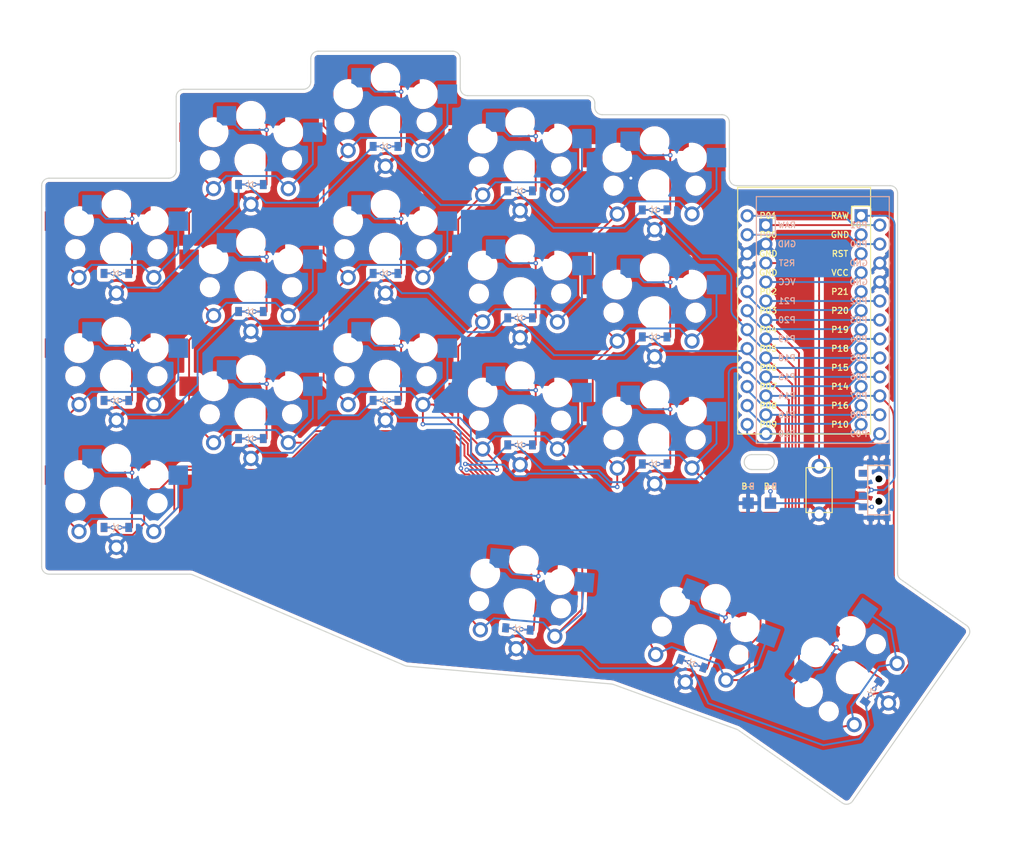
<source format=kicad_pcb>
(kicad_pcb (version 20211014) (generator pcbnew)
  (title_block (title "dalliekeeb") (rev "v1.0.0") (company "Unknown"))
  (layers (0 "F.Cu" signal) (31 "B.Cu" signal) (34 "B.Paste" user) (35 "F.Paste" user) (36 "B.SilkS" user "B.Silkscreen") (37 "F.SilkS" user "F.Silkscreen") (38 "B.Mask" user) (39 "F.Mask" user) (44 "Edge.Cuts" user))
  (net 0 "")
  (net 1 "pinky_bottom")
  (net 2 "P20")
  (net 3 "GND")
  (net 4 "P6")
  (net 5 "pinky_home")
  (net 6 "P5")
  (net 7 "pinky_top")
  (net 8 "P4")
  (net 9 "ring_bottom")
  (net 10 "P19")
  (net 11 "ring_home")
  (net 12 "ring_top")
  (net 13 "middle_bottom")
  (net 14 "P18")
  (net 15 "middle_home")
  (net 16 "middle_top")
  (net 17 "index_bottom")
  (net 18 "P15")
  (net 19 "index_home")
  (net 20 "index_top")
  (net 21 "inner_bottom")
  (net 22 "P14")
  (net 23 "inner_home")
  (net 24 "inner_top")
  (net 25 "near_thumb")
  (net 26 "P7")
  (net 27 "home_thumb")
  (net 28 "far_thumb")
  (net 29 "RAW")
  (net 30 "RST")
  (net 31 "VCC")
  (net 32 "P21")
  (net 33 "P16")
  (net 34 "P10")
  (net 35 "P1")
  (net 36 "P0")
  (net 37 "P2")
  (net 38 "P3")
  (net 39 "P8")
  (net 40 "P9")
  (net 41 "BPos")
  (footprint "E73:SPDT_C128955" (layer "F.Cu") (at 241.061444 103.841167 -90)
    (fp_text reference "T1" hide)
    (fp_text value "" hide)
  )
  (footprint "SW_TACT_PTS636_SK43_LFS" (layer "F.Cu") (at 233.061447 103.841164 -90)
    (fp_text reference "B1" hide)
    (fp_text value "" hide)
  )
  (footprint "PG1350" (layer "F.Cu") (at 237.513339 128.958362 -125)
    (fp_text reference "S36" hide)
    (fp_text value "" hide)
  )
  (footprint "PG1350" (layer "F.Cu") (at 175.061439 71.591167 180)
    (fp_text reference "S16" hide)
    (fp_text value "" hide)
  )
  (footprint "PG1350" (layer "F.Cu") (at 193.061453 94.541169)
    (fp_text reference "S19" hide)
    (fp_text value "" hide)
  )
  (footprint "ComboDiode" (layer "F.Cu") (at 157.061442 62.941168)
    (fp_text reference "D6" hide)
    (fp_text value "" hide)
  )
  (footprint "PG1350" (layer "F.Cu") (at 211.06144 80.091175 180)
    (fp_text reference "S28" hide)
    (fp_text value "" hide)
  )
  (footprint "PG1350" (layer "F.Cu") (at 157.061442 93.691167)
    (fp_text reference "S7" hide)
    (fp_text value "" hide)
  )
  (footprint "ComboDiode" (layer "F.Cu") (at 192.778195 122.428802 -5)
    (fp_text reference "D16" hide)
    (fp_text value "" hide)
  )
  (footprint "PG1350" (layer "F.Cu") (at 211.061452 97.091167)
    (fp_text reference "S25" hide)
    (fp_text value "" hide)
  )
  (footprint "ComboDiode" (layer "F.Cu") (at 139.061446 108.841166)
    (fp_text reference "D1" hide)
    (fp_text value "" hide)
  )
  (footprint "PG1350" (layer "F.Cu") (at 175.061443 88.591173)
    (fp_text reference "S13" hide)
    (fp_text value "" hide)
  )
  (footprint "ComboDiode" (layer "F.Cu") (at 175.061442 74.841174)
    (fp_text reference "D8" hide)
    (fp_text value "" hide)
  )
  (footprint "ComboDiode" (layer "F.Cu") (at 139.061449 74.841168)
    (fp_text reference "D3" hide)
    (fp_text value "" hide)
  )
  (footprint "ComboDiode" (layer "F.Cu") (at 157.061445 79.94117)
    (fp_text reference "D5" hide)
    (fp_text value "" hide)
  )
  (footprint "PG1350" (layer "F.Cu") (at 175.061444 54.591168 180)
    (fp_text reference "S18" hide)
    (fp_text value "" hide)
  )
  (footprint "PG1350" (layer "F.Cu") (at 139.061438 71.591166)
    (fp_text reference "S5" hide)
    (fp_text value "" hide)
  )
  (footprint "PG1350" (layer "F.Cu") (at 217.199071 123.98886 -20)
    (fp_text reference "S33" hide)
    (fp_text value "" hide)
  )
  (footprint "ComboDiode" (layer "F.Cu") (at 240.175595 130.822487 55)
    (fp_text reference "D18" hide)
    (fp_text value "" hide)
  )
  (footprint "PG1350" (layer "F.Cu") (at 193.061453 94.541169 180)
    (fp_text reference "S20" hide)
    (fp_text value "" hide)
  )
  (footprint "PG1350" (layer "F.Cu") (at 175.061444 54.591168)
    (fp_text reference "S17" hide)
    (fp_text value "" hide)
  )
  (footprint "PG1350" (layer "F.Cu") (at 193.061439 77.541169)
    (fp_text reference "S21" hide)
    (fp_text value "" hide)
  )
  (footprint "SMDPad" (layer "F.Cu") (at 226.561441 105.591169)
    (fp_text reference "PAD1" hide)
    (fp_text value "" hide)
  )
  (footprint "PG1350" (layer "F.Cu") (at 139.061447 88.591163)
    (fp_text reference "S3" hide)
    (fp_text value "" hide)
  )
  (footprint "ComboDiode" (layer "F.Cu") (at 193.061444 63.791175)
    (fp_text reference "D12" hide)
    (fp_text value "" hide)
  )
  (footprint "PG1350" (layer "F.Cu") (at 139.06144 105.59116)
    (fp_text reference "S1" hide)
    (fp_text value "" hide)
  )
  (footprint "PG1350" (layer "F.Cu") (at 175.061439 71.591167)
    (fp_text reference "S15" hide)
    (fp_text value "" hide)
  )
  (footprint "PG1350" (layer "F.Cu") (at 211.061452 97.091167 180)
    (fp_text reference "S26" hide)
    (fp_text value "" hide)
  )
  (footprint "ProMicro" (layer "F.Cu") (at 231.061438 81.091172 -90)
    (fp_text reference "MCU1" hide)
    (fp_text value "" hide)
  )
  (footprint "PG1350" (layer "F.Cu") (at 237.513339 128.958362 55)
    (fp_text reference "S35" hide)
    (fp_text value "" hide)
  )
  (footprint "PG1350" (layer "F.Cu") (at 193.061438 60.541167 180)
    (fp_text reference "S24" hide)
    (fp_text value "" hide)
  )
  (footprint "PG1350" (layer "F.Cu") (at 139.06144 105.59116 180)
    (fp_text reference "S2" hide)
    (fp_text value "" hide)
  )
  (footprint "PG1350" (layer "F.Cu") (at 211.06144 80.091175)
    (fp_text reference "S27" hide)
    (fp_text value "" hide)
  )
  (footprint "PG1350" (layer "F.Cu") (at 193.061444 119.191175 -5)
    (fp_text reference "S31" hide)
    (fp_text value "" hide)
  )
  (footprint "PG1350" (layer "F.Cu") (at 139.061447 88.591163 180)
    (fp_text reference "S4" hide)
    (fp_text value "" hide)
  )
  (footprint "PG1350" (layer "F.Cu") (at 193.061439 77.541169 180)
    (fp_text reference "S22" hide)
    (fp_text value "" hide)
  )
  (footprint "PG1350" (layer "F.Cu") (at 175.061443 88.591173 180)
    (fp_text reference "S14" hide)
    (fp_text value "" hide)
  )
  (footprint "ComboDiode" (layer "F.Cu") (at 211.061447 66.341168)
    (fp_text reference "D15" hide)
    (fp_text value "" hide)
  )
  (footprint "ComboDiode" (layer "F.Cu") (at 211.061444 100.341176)
    (fp_text reference "D13" hide)
    (fp_text value "" hide)
  )
  (footprint "ComboDiode" (layer "F.Cu") (at 216.087509 127.042858 -20)
    (fp_text reference "D17" hide)
    (fp_text value "" hide)
  )
  (footprint "PG1350" (layer "F.Cu") (at 157.061442 93.691167 180)
    (fp_text reference "S8" hide)
    (fp_text value "" hide)
  )
  (footprint "PG1350" (layer "F.Cu") (at 193.061444 119.191175 175)
    (fp_text reference "S32" hide)
    (fp_text value "" hide)
  )
  (footprint "ComboDiode" (layer "F.Cu") (at 193.061444 80.791162)
    (fp_text reference "D11" hide)
    (fp_text value "" hide)
  )
  (footprint "PG1350" (layer "F.Cu") (at 157.061439 59.691165)
    (fp_text reference "S11" hide)
    (fp_text value "" hide)
  )
  (footprint "E73:SPDT_C128955" (layer "F.Cu") (at 241.061444 103.841167 -90)
    (fp_text reference "T2" hide)
    (fp_text value "" hide)
  )
  (footprint "PG1350" (layer "F.Cu") (at 193.061438 60.541167)
    (fp_text reference "S23" hide)
    (fp_text value "" hide)
  )
  (footprint "SMDPad" (layer "F.Cu") (at 223.561448 105.591175)
    (fp_text reference "PAD2" hide)
    (fp_text value "" hide)
  )
  (footprint "ComboDiode" (layer "F.Cu") (at 211.06144 83.341165)
    (fp_text reference "D14" hide)
    (fp_text value "" hide)
  )
  (footprint "ComboDiode" (layer "F.Cu") (at 175.061437 91.84117)
    (fp_text reference "D7" hide)
    (fp_text value "" hide)
  )
  (footprint "ComboDiode" (layer "F.Cu") (at 193.061448 97.791167)
    (fp_text reference "D10" hide)
    (fp_text value "" hide)
  )
  (footprint "PG1350" (layer "F.Cu") (at 211.061446 63.091168 180)
    (fp_text reference "S30" hide)
    (fp_text value "" hide)
  )
  (footprint "PG1350" (layer "F.Cu") (at 157.061445 76.69117)
    (fp_text reference "S9" hide)
    (fp_text value "" hide)
  )
  (footprint "PG1350" (layer "F.Cu") (at 217.199071 123.98886 160)
    (fp_text reference "S34" hide)
    (fp_text value "" hide)
  )
  (footprint "PG1350" (layer "F.Cu") (at 157.061439 59.691165 180)
    (fp_text reference "S12" hide)
    (fp_text value "" hide)
  )
  (footprint "ComboDiode" (layer "F.Cu") (at 157.061444 96.941166)
    (fp_text reference "D4" hide)
    (fp_text value "" hide)
  )
  (footprint "ComboDiode" (layer "F.Cu") (at 175.061442 57.841165)
    (fp_text reference "D9" hide)
    (fp_text value "" hide)
  )
  (footprint "ComboDiode" (layer "F.Cu") (at 139.06144 91.841171)
    (fp_text reference "D2" hide)
    (fp_text value "" hide)
  )
  (footprint "PG1350" (layer "F.Cu") (at 157.061445 76.69117 180)
    (fp_text reference "S10" hide)
    (fp_text value "" hide)
  )
  (footprint "PG1350" (layer "F.Cu") (at 211.061446 63.091168)
    (fp_text reference "S29" hide)
    (fp_text value "" hide)
  )
  (footprint "PG1350" (layer "F.Cu") (at 139.061438 71.591166 180)
    (fp_text reference "S6" hide)
    (fp_text value "" hide)
  )
  (footprint "ProMicro" (layer "B.Cu") (at 233.561442 82.341168 -90)
    (fp_text reference "MCU2" hide)
    (fp_text value "" hide)
  )
  (gr_arc (start 186.061446 51.041162) (mid 185.354373 50.748237) (end 185.06145 50.041164) (layer "Edge.Cuts") (width 0.15))
  (gr_arc (start 148.856363 115.091172) (mid 149.057263 115.11157) (end 149.249973 115.171896) (layer "Edge.Cuts") (width 0.15))
  (gr_line (start 252.792994 121.956058) (end 243.98786 115.790641) (layer "Edge.Cuts") (width 0.15))
  (gr_line (start 165.061441 46.091171) (end 165.061438 49.191171) (layer "Edge.Cuts") (width 0.15))
  (gr_line (start 177.948024 127.405202) (end 205.279373 129.79639) (layer "Edge.Cuts") (width 0.15))
  (gr_line (start 177.641562 127.328294) (end 149.249973 115.171896) (layer "Edge.Cuts") (width 0.15))
  (gr_arc (start 165.061441 46.091171) (mid 165.35433 45.384049) (end 166.061445 45.091165) (layer "Edge.Cuts") (width 0.15))
  (gr_line (start 164.061445 50.191175) (end 148.061444 50.191174) (layer "Edge.Cuts") (width 0.15))
  (gr_arc (start 242.561442 63.091167) (mid 243.268524 63.384085) (end 243.561435 64.091166) (layer "Edge.Cuts") (width 0.15))
  (gr_arc (start 147.061443 51.191167) (mid 147.354338 50.484085) (end 148.061444 50.191174) (layer "Edge.Cuts") (width 0.15))
  (gr_arc (start 177.948024 127.405202) (mid 177.791735 127.378931) (end 177.641562 127.328294) (layer "Edge.Cuts") (width 0.15))
  (gr_arc (start 147.061445 61.091176) (mid 146.768549 61.798306) (end 146.061439 62.091175) (layer "Edge.Cuts") (width 0.15))
  (gr_arc (start 202.061444 51.04117) (mid 202.768524 51.33409) (end 203.061443 52.041172) (layer "Edge.Cuts") (width 0.15))
  (gr_line (start 224.061433 99.091174) (end 226.061436 99.091173) (layer "Edge.Cuts") (width 0.15))
  (gr_arc (start 237.552018 145.465885) (mid 236.906513 145.877145) (end 236.159292 145.711459) (layer "Edge.Cuts") (width 0.15))
  (gr_line (start 242.561442 63.091167) (end 222.061445 63.091171) (layer "Edge.Cuts") (width 0.15))
  (gr_arc (start 220.061438 53.591173) (mid 220.768518 53.884091) (end 221.061435 54.591171) (layer "Edge.Cuts") (width 0.15))
  (gr_line (start 146.061439 62.091175) (end 130.061444 62.091175) (layer "Edge.Cuts") (width 0.15))
  (gr_arc (start 184.061449 45.091167) (mid 184.768585 45.38403) (end 185.061447 46.091167) (layer "Edge.Cuts") (width 0.15))
  (gr_arc (start 226.061436 99.091173) (mid 227.061437 100.091151) (end 226.061445 101.091162) (layer "Edge.Cuts") (width 0.15))
  (gr_line (start 129.061444 114.09117) (end 129.061451 63.091179) (layer "Edge.Cuts") (width 0.15))
  (gr_line (start 203.061442 52.591173) (end 203.061443 52.041172) (layer "Edge.Cuts") (width 0.15))
  (gr_arc (start 205.279368 129.796381) (mid 205.40865 129.816285) (end 205.534231 129.852884) (layer "Edge.Cuts") (width 0.15))
  (gr_line (start 202.061444 51.04117) (end 186.061446 51.041162) (layer "Edge.Cuts") (width 0.15))
  (gr_line (start 185.06145 50.041164) (end 185.061447 46.091167) (layer "Edge.Cuts") (width 0.15))
  (gr_line (start 205.534231 129.852884) (end 222.021737 135.853849) (layer "Edge.Cuts") (width 0.15))
  (gr_line (start 222.253283 135.974398) (end 236.159292 145.711459) (layer "Edge.Cuts") (width 0.15))
  (gr_line (start 184.061449 45.091167) (end 166.061445 45.091165) (layer "Edge.Cuts") (width 0.15))
  (gr_arc (start 129.061451 63.091179) (mid 129.354334 62.384059) (end 130.061444 62.091175) (layer "Edge.Cuts") (width 0.15))
  (gr_arc (start 222.02174 135.853854) (mid 222.141463 135.906535) (end 222.253283 135.974398) (layer "Edge.Cuts") (width 0.15))
  (gr_arc (start 222.061445 63.091171) (mid 221.354372 62.798251) (end 221.061433 62.091184) (layer "Edge.Cuts") (width 0.15))
  (gr_line (start 243.561441 114.971503) (end 243.561435 64.091166) (layer "Edge.Cuts") (width 0.15))
  (gr_line (start 147.061443 51.191167) (end 147.061445 61.091176) (layer "Edge.Cuts") (width 0.15))
  (gr_line (start 237.552016 145.465893) (end 253.038579 123.348797) (layer "Edge.Cuts") (width 0.15))
  (gr_line (start 220.061438 53.591173) (end 204.061443 53.591175) (layer "Edge.Cuts") (width 0.15))
  (gr_line (start 130.061444 115.091164) (end 148.856363 115.091172) (layer "Edge.Cuts") (width 0.15))
  (gr_arc (start 165.061438 49.191171) (mid 164.768547 49.898296) (end 164.061445 50.191175) (layer "Edge.Cuts") (width 0.15))
  (gr_arc (start 204.061443 53.591175) (mid 203.354307 53.298308) (end 203.061442 52.591173) (layer "Edge.Cuts") (width 0.15))
  (gr_arc (start 224.061431 101.091166) (mid 223.061442 100.091155) (end 224.061433 99.091174) (layer "Edge.Cuts") (width 0.15))
  (gr_arc (start 243.98786 115.790641) (mid 243.674453 115.433235) (end 243.561441 114.971503) (layer "Edge.Cuts") (width 0.15))
  (gr_line (start 221.061433 62.091184) (end 221.061435 54.591171) (layer "Edge.Cuts") (width 0.15))
  (gr_arc (start 252.792994 121.956058) (mid 253.204274 122.601571) (end 253.038579 123.348797) (layer "Edge.Cuts") (width 0.15))
  (gr_line (start 224.061431 101.091166) (end 226.061445 101.091162) (layer "Edge.Cuts") (width 0.15))
  (gr_arc (start 130.061444 115.091164) (mid 129.354343 114.79827) (end 129.061444 114.09117) (layer "Edge.Cuts") (width 0.15))
  (segment (start 141.150936 100.82667) (end 141.150946 108.841163) (width 0.25) (layer "F.Cu") (net 1))
  (segment (start 142.336445 99.641168) (end 141.150936 100.82667) (width 0.25) (layer "F.Cu") (net 1))
  (segment (start 139.511437 108.841165) (end 140.711441 108.841173) (width 0.25) (layer "F.Cu") (net 1))
  (via (at 141.158837 101.516174) (size 0.6) (drill 0.3) (layers "F.Cu" "B.Cu") (net 1))
  (segment (start 139.511438 108.841171) (end 140.71144 108.841168) (width 0.25) (layer "B.Cu") (net 1))
  (segment (start 139.772134 101.516167) (end 141.158837 101.516174) (width 0.25) (layer "B.Cu") (net 1))
  (segment (start 135.786442 99.641172) (end 137.66144 101.51617) (width 0.25) (layer "B.Cu") (net 1))
  (segment (start 137.66144 101.51617) (end 139.772134 101.516167) (width 0.25) (layer "B.Cu") (net 1))
  (segment (start 144.061445 109.391164) (end 146.80291 106.649699) (width 0.25) (layer "F.Cu") (net 2))
  (segment (start 130.786444 67.841171) (end 130.786442 72.116166) (width 0.25) (layer "F.Cu") (net 2))
  (segment (start 130.786442 72.116166) (end 134.061444 75.391167) (width 0.25) (layer "F.Cu") (net 2))
  (segment (start 130.786433 101.841169) (end 130.78644 95.666163) (width 0.25) (layer "F.Cu") (net 2))
  (segment (start 185.62184 97.81075) (end 185.621839 99.22436) (width 0.25) (layer "F.Cu") (net 2))
  (segment (start 146.802912 102.320498) (end 147.981657 101.141756) (width 0.25) (layer "F.Cu") (net 2))
  (segment (start 146.80291 106.649699) (end 146.802912 102.320498) (width 0.25) (layer "F.Cu") (net 2))
  (segment (start 161.01687 101.141755) (end 165.766872 96.391759) (width 0.25) (layer "F.Cu") (net 2))
  (segment (start 130.786452 84.841172) (end 130.78644 89.11618) (width 0.25) (layer "F.Cu") (net 2))
  (segment (start 230.373066 85.502787) (end 225.94144 81.07116) (width 0.25) (layer "F.Cu") (net 2))
  (segment (start 230.373069 105.033172) (end 230.373066 85.502787) (width 0.25) (layer "F.Cu") (net 2))
  (segment (start 147.981657 101.141756) (end 161.01687 101.141755) (width 0.25) (layer "F.Cu") (net 2))
  (segment (start 130.78644 89.11618) (end 134.061438 92.391167) (width 0.25) (layer "F.Cu") (net 2))
  (segment (start 130.786452 84.841172) (end 130.786441 78.66617) (width 0.25) (layer "F.Cu") (net 2))
  (segment (start 185.621839 99.22436) (end 194.321127 107.923649) (width 0.25) (layer "F.Cu") (net 2))
  (segment (start 230.373066 106.08517) (end 230.373069 105.033172) (width 0.25) (layer "F.Cu") (net 2))
  (segment (start 130.786433 101.841169) (end 130.786441 106.116172) (width 0.25) (layer "F.Cu") (net 2))
  (segment (start 165.766872 96.391759) (end 184.202848 96.391756) (width 0.25) (layer "F.Cu") (net 2))
  (segment (start 130.786441 106.116172) (end 134.061437 109.391174) (width 0.25) (layer "F.Cu") (net 2))
  (segment (start 184.202848 96.391756) (end 185.62184 97.81075) (width 0.25) (layer "F.Cu") (net 2))
  (segment (start 130.78644 95.666163) (end 134.061438 92.391167) (width 0.25) (layer "F.Cu") (net 2))
  (segment (start 196.159605 108.685168) (end 227.773068 108.68517) (width 0.25) (layer "F.Cu") (net 2))
  (segment (start 130.786441 78.66617) (end 134.061444 75.391167) (width 0.25) (layer "F.Cu") (net 2))
  (arc (start 194.321127 107.923649) (mid 195.164631 108.487258) (end 196.159605 108.685168) (width 0.25) (layer "F.Cu") (net 2))
  (arc (start 227.773068 108.68517) (mid 229.611545 107.92365) (end 230.373066 106.08517) (width 0.25) (layer "F.Cu") (net 2))
  (segment (start 142.371012 90.70073) (end 144.06144 92.391176) (width 0.25) (layer "B.Cu") (net 2))
  (segment (start 225.941446 81.071169) (end 237.431445 81.071167) (width 0.25) (layer "B.Cu") (net 2))
  (segment (start 142.370999 107.700725) (end 144.061437 109.391169) (width 0.25) (layer "B.Cu") (net 2))
  (segment (start 147.336444 106.116166) (end 144.061437 109.391169) (width 0.25) (layer "B.Cu") (net 2))
  (segment (start 134.06145 109.39117) (end 135.751874 107.700733) (width 0.25) (layer "B.Cu") (net 2))
  (segment (start 147.336451 67.84117) (end 147.336435 72.116168) (width 0.25) (layer "B.Cu") (net 2))
  (segment (start 237.431445 81.071167) (end 238.681437 79.821176) (width 0.25) (layer "B.Cu") (net 2))
  (segment (start 135.751886 90.700725) (end 142.371012 90.70073) (width 0.25) (layer "B.Cu") (net 2))
  (segment (start 147.336439 89.116171) (end 144.06144 92.391176) (width 0.25) (layer "B.Cu") (net 2))
  (segment (start 134.06144 92.391169) (end 135.751886 90.700725) (width 0.25) (layer "B.Cu") (net 2))
  (segment (start 147.336435 72.116168) (end 144.061443 75.391161) (width 0.25) (layer "B.Cu") (net 2))
  (segment (start 134.061438 75.391171) (end 135.751884 73.700733) (width 0.25) (layer "B.Cu") (net 2))
  (segment (start 147.336443 101.841158) (end 147.336444 106.116166) (width 0.25) (layer "B.Cu") (net 2))
  (segment (start 135.751874 107.700733) (end 142.370999 107.700725) (width 0.25) (layer "B.Cu") (net 2))
  (segment (start 135.751884 73.700733) (end 142.371007 73.700731) (width 0.25) (layer "B.Cu") (net 2))
  (segment (start 147.336442 84.84117) (end 147.336439 89.116171) (width 0.25) (layer "B.Cu") (net 2))
  (segment (start 142.371007 73.700731) (end 144.061443 75.391161) (width 0.25) (layer "B.Cu") (net 2))
  (via (at 207.881851 62.081498) (size 0.8) (drill 0.4) (layers "F.Cu" "B.Cu") (net 3))
  (segment (start 225.76 70.862552) (end 225.941438 70.911168) (width 0.25) (layer "B.Cu") (net 3))
  (segment (start 225.759996 70.862553) (end 225.941438 70.911169) (width 0.25) (layer "B.Cu") (net 3))
  (segment (start 223.44144 72.201176) (end 225.76 70.862552) (width 1.5) (layer "B.Cu") (net 3))
  (segment (start 146.352909 102.134102) (end 147.795256 100.691756) (width 0.25) (layer "F.Cu") (net 4))
  (segment (start 151.660851 100.691757) (end 155.411444 96.941166) (width 0.25) (layer "F.Cu") (net 4))
  (segment (start 146.35291 102.2205) (end 146.352909 102.134102) (width 0.25) (layer "F.Cu") (net 4))
  (segment (start 143.657248 103.716164) (end 144.857248 103.716164) (width 0.25) (layer "F.Cu") (net 4))
  (segment (start 155.411439 96.941172) (end 156.611443 96.941171) (width 0.25) (layer "F.Cu") (net 4))
  (segment (start 142.777079 108.296333) (end 142.777077 104.596333) (width 0.25) (layer "F.Cu") (net 4))
  (segment (start 192.611452 97.791166) (end 191.411447 97.791172) (width 0.25) (layer "F.Cu") (net 4))
  (segment (start 147.795256 100.691756) (end 151.660851 100.691757) (width 0.25) (layer "F.Cu") (net 4))
  (segment (start 139.607935 109.83766) (end 141.235749 109.83766) (width 0.25) (layer "F.Cu") (net 4))
  (segment (start 138.611447 108.841167) (end 139.607935 109.83766) (width 0.25) (layer "F.Cu") (net 4))
  (segment (start 138.611435 108.841165) (end 137.411437 108.841173) (width 0.25) (layer "F.Cu") (net 4))
  (segment (start 142.777077 104.596333) (end 143.657248 103.716164) (width 0.25) (layer "F.Cu") (net 4))
  (segment (start 141.235749 109.83766) (end 142.777079 108.296333) (width 0.25) (layer "F.Cu") (net 4))
  (segment (start 210.611437 100.341168) (end 209.41144 100.341172) (width 0.25) (layer "F.Cu") (net 4))
  (segment (start 144.857248 103.716164) (end 146.35291 102.2205) (width 0.25) (layer "F.Cu") (net 4))
  (segment (start 174.611441 91.841165) (end 173.411451 91.841164) (width 0.25) (layer "F.Cu") (net 4))
  (segment (start 187.33165 99.991758) (end 189.210856 99.991761) (width 0.25) (layer "B.Cu") (net 4))
  (segment (start 216.613946 102.391758) (end 220.606946 98.398757) (width 0.25) (layer "B.Cu") (net 4))
  (segment (start 192.611444 97.791166) (end 196.012038 101.191756) (width 0.25) (layer "B.Cu") (net 4))
  (segment (start 189.210856 99.991761) (end 191.411447 97.791167) (width 0.25) (layer "B.Cu") (net 4))
  (segment (start 223.441437 87.890064) (end 225.486903 89.935524) (width 0.25) (layer "B.Cu") (net 4))
  (segment (start 203.581655 101.191759) (end 205.164347 102.77445) (width 0.25) (layer "B.Cu") (net 4))
  (segment (start 174.611437 91.841169) (end 176.912025 94.141757) (width 0.25) (layer "B.Cu") (net 4))
  (segment (start 206.978167 102.774451) (end 209.411445 100.341178) (width 0.25) (layer "B.Cu") (net 4))
  (segment (start 186.481652 95.631652) (end 186.481652 99.141756) (width 0.25) (layer "B.Cu") (net 4))
  (segment (start 171.421252 93.831356) (end 173.411443 91.841164) (width 0.25) (layer "B.Cu") (net 4))
  (segment (start 167.642053 93.831352) (end 171.421252 93.831356) (width 0.25) (layer "B.Cu") (net 4))
  (segment (start 184.991757 94.141757) (end 186.481652 95.631652) (width 0.25) (layer "B.Cu") (net 4))
  (segment (start 137.411438 108.84117) (end 138.611448 108.841165) (width 0.25) (layer "B.Cu") (net 4))
  (segment (start 210.611442 100.341161) (end 209.41144 100.341173) (width 0.25) (layer "B.Cu") (net 4))
  (segment (start 210.611439 100.341177) (end 212.662017 102.391758) (width 0.25) (layer "B.Cu") (net 4))
  (segment (start 186.481652 99.141756) (end 187.33165 99.991758) (width 0.25) (layer "B.Cu") (net 4))
  (segment (start 156.611449 96.941173) (end 158.512031 98.841756) (width 0.25) (layer "B.Cu") (net 4))
  (segment (start 176.912025 94.141757) (end 184.991757 94.141757) (width 0.25) (layer "B.Cu") (net 4))
  (segment (start 158.512031 98.841756) (end 162.631653 98.841757) (width 0.25) (layer "B.Cu") (net 4))
  (segment (start 212.662017 102.391758) (end 216.613946 102.391758) (width 0.25) (layer "B.Cu") (net 4))
  (segment (start 225.486903 89.935524) (end 237.028193 89.935531) (width 0.25) (layer "B.Cu") (net 4))
  (segment (start 238.27255 88.691169) (end 241.181438 88.691165) (width 0.25) (layer "B.Cu") (net 4))
  (segment (start 220.973064 97.514875) (end 220.973062 88.241171) (width 0.25) (layer "B.Cu") (net 4))
  (segment (start 237.028193 89.935531) (end 238.27255 88.691169) (width 0.25) (layer "B.Cu") (net 4))
  (segment (start 174.611435 91.841161) (end 173.411444 91.841171) (width 0.25) (layer "B.Cu") (net 4))
  (segment (start 192.611433 97.791181) (end 191.411437 97.791169) (width 0.25) (layer "B.Cu") (net 4))
  (segment (start 221.773065 87.44117) (end 223.44144 87.441167) (width 0.25) (layer "B.Cu") (net 4))
  (segment (start 205.164347 102.77445) (end 206.978167 102.774451) (width 0.25) (layer "B.Cu") (net 4))
  (segment (start 156.611442 96.94118) (end 155.411449 96.94117) (width 0.25) (layer "B.Cu") (net 4))
  (segment (start 196.012038 101.191756) (end 203.581655 101.191759) (width 0.25) (layer "B.Cu") (net 4))
  (segment (start 223.441441 87.441173) (end 223.441437 87.890064) (width 0.25) (layer "B.Cu") (net 4))
  (segment (start 162.631653 98.841757) (end 167.642053 93.831352) (width 0.25) (layer "B.Cu") (net 4))
  (arc (start 220.606946 98.398757) (mid 220.877913 97.993229) (end 220.973064 97.514875) (width 0.25) (layer "B.Cu") (net 4))
  (arc (start 220.973062 88.241171) (mid 221.20738 87.675485) (end 221.773065 87.44117) (width 0.25) (layer "B.Cu") (net 4))
  (segment (start 141.150945 83.826662) (end 141.150943 91.841169) (width 0.25) (layer "F.Cu") (net 5))
  (segment (start 142.336449 82.641166) (end 141.150945 83.826662) (width 0.25) (layer "F.Cu") (net 5))
  (segment (start 139.511444 91.841167) (end 140.71144 91.841176) (width 0.25) (layer "F.Cu") (net 5))
  (via (at 141.158843 84.516173) (size 0.6) (drill 0.3) (layers "F.Cu" "B.Cu") (net 5))
  (segment (start 139.511429 91.841172) (end 140.711446 91.841173) (width 0.25) (layer "B.Cu") (net 5))
  (segment (start 139.822133 84.516162) (end 141.158843 84.516173) (width 0.25) (layer "B.Cu") (net 5))
  (segment (start 137.661444 84.516163) (end 139.822133 84.516162) (width 0.25) (layer "B.Cu") (net 5))
  (segment (start 135.786436 82.641166) (end 137.661444 84.516163) (width 0.25) (layer "B.Cu") (net 5))
  (segment (start 192.611445 80.791173) (end 191.411439 80.791159) (width 0.25) (layer "F.Cu") (net 6))
  (segment (start 174.611444 74.841175) (end 173.411447 74.841178) (width 0.25) (layer "F.Cu") (net 6))
  (segment (start 138.611444 91.841164) (end 137.411447 91.841168) (width 0.25) (layer "F.Cu") (net 6))
  (segment (start 209.411437 83.341169) (end 210.61144 83.341171) (width 0.25) (layer "F.Cu") (net 6))
  (segment (start 156.611438 79.941163) (end 155.411444 79.941172) (width 0.25) (layer "F.Cu") (net 6))
  (segment (start 189.520435 82.682165) (end 191.411439 80.791159) (width 0.25) (layer "B.Cu") (net 6))
  (segment (start 174.611443 74.841173) (end 177.252912 77.482638) (width 0.25) (layer "B.Cu") (net 6))
  (segment (start 225.581242 87.489867) (end 236.933851 87.489865) (width 0.25) (layer "B.Cu") (net 6))
  (segment (start 212.50245 85.232175) (end 223.110438 85.232166) (width 0.25) (layer "B.Cu") (net 6))
  (segment (start 149.923062 89.732644) (end 149.923061 85.232637) (width 0.25) (layer "B.Cu") (net 6))
  (segment (start 180.823061 77.482638) (end 186.022589 82.682167) (width 0.25) (layer "B.Cu") (net 6))
  (segment (start 149.923061 85.232637) (end 155.214536 79.94117) (width 0.25) (layer "B.Cu") (net 6))
  (segment (start 206.978153 85.774449) (end 209.411434 83.341164) (width 0.25) (layer "B.Cu") (net 6))
  (segment (start 223.441441 85.350063) (end 225.581242 87.489867) (width 0.25) (layer "B.Cu") (net 6))
  (segment (start 210.611442 83.341185) (end 209.411441 83.341182) (width 0.25) (layer "B.Cu") (net 6))
  (segment (start 138.611439 91.841163) (end 137.411446 91.841178) (width 0.25) (layer "B.Cu") (net 6))
  (segment (start 138.611438 91.841161) (end 140.502437 93.732171) (width 0.25) (layer "B.Cu") (net 6))
  (segment (start 238.27255 86.151171) (end 241.181439 86.15117) (width 0.25) (layer "B.Cu") (net 6))
  (segment (start 156.611444 79.941171) (end 158.502439 81.832166) (width 0.25) (layer "B.Cu") (net 6))
  (segment (start 155.214536 79.94117) (end 155.411444 79.941174) (width 0.25) (layer "B.Cu") (net 6))
  (segment (start 140.502437 93.732171) (end 145.923533 93.732168) (width 0.25) (layer "B.Cu") (net 6))
  (segment (start 158.502439 81.832166) (end 166.420445 81.832163) (width 0.25) (layer "B.Cu") (net 6))
  (segment (start 166.420445 81.832163) (end 173.411444 74.841163) (width 0.25) (layer "B.Cu") (net 6))
  (segment (start 197.594725 85.774454) (end 206.978153 85.774449) (width 0.25) (layer "B.Cu") (net 6))
  (segment (start 145.923533 93.732168) (end 149.923062 89.732644) (width 0.25) (layer "B.Cu") (net 6))
  (segment (start 223.441438 84.901173) (end 223.441441 85.350063) (width 0.25) (layer "B.Cu") (net 6))
  (segment (start 210.61145 83.341167) (end 212.50245 85.232175) (width 0.25) (layer "B.Cu") (net 6))
  (segment (start 192.611442 80.791163) (end 197.594725 85.774454) (width 0.25) (layer "B.Cu") (net 6))
  (segment (start 192.611442 80.791167) (end 191.411443 80.791166) (width 0.25) (layer "B.Cu") (net 6))
  (segment (start 236.933851 87.489865) (end 238.27255 86.151171) (width 0.25) (layer "B.Cu") (net 6))
  (segment (start 223.110438 85.232166) (end 223.441443 84.901167) (width 0.25) (layer "B.Cu") (net 6))
  (segment (start 174.611444 74.841172) (end 173.411437 74.841168) (width 0.25) (layer "B.Cu") (net 6))
  (segment (start 156.61145 79.941174) (end 155.411444 79.941172) (width 0.25) (layer "B.Cu") (net 6))
  (segment (start 186.022589 82.682167) (end 189.520435 82.682165) (width 0.25) (layer "B.Cu") (net 6))
  (segment (start 177.252912 77.482638) (end 180.823061 77.482638) (width 0.25) (layer "B.Cu") (net 6))
  (segment (start 141.150941 66.826662) (end 141.15094 74.841167) (width 0.25) (layer "F.Cu") (net 7))
  (segment (start 142.336439 65.641173) (end 141.150941 66.826662) (width 0.25) (layer "F.Cu") (net 7))
  (segment (start 139.511457 74.841173) (end 140.711448 74.841165) (width 0.25) (layer "F.Cu") (net 7))
  (via (at 141.158841 67.516175) (size 0.6) (drill 0.3) (layers "F.Cu" "B.Cu") (net 7))
  (segment (start 140.572136 67.51617) (end 141.158841 67.516175) (width 0.25) (layer "B.Cu") (net 7))
  (segment (start 137.661442 67.516166) (end 140.572136 67.51617) (width 0.25) (layer "B.Cu") (net 7))
  (segment (start 139.511457 74.841173) (end 140.711442 74.841168) (width 0.25) (layer "B.Cu") (net 7))
  (segment (start 135.786442 65.641168) (end 137.661442 67.516166) (width 0.25) (layer "B.Cu") (net 7))
  (segment (start 138.611438 74.841164) (end 137.411437 74.841158) (width 0.25) (layer "F.Cu") (net 8))
  (segment (start 210.611441 66.341166) (end 209.411448 66.341173) (width 0.25) (layer "F.Cu") (net 8))
  (segment (start 174.611452 57.841169) (end 173.411449 57.841168) (width 0.25) (layer "F.Cu") (net 8))
  (segment (start 155.411436 62.94117) (end 156.61144 62.941173) (width 0.25) (layer "F.Cu") (net 8))
  (segment (start 192.611442 63.791173) (end 191.411449 63.791169) (width 0.25) (layer "F.Cu") (net 8))
  (segment (start 144.616897 76.732171) (end 155.41144 65.937633) (width 0.25) (layer "B.Cu") (net 8))
  (segment (start 155.41144 62.941163) (end 156.611437 62.941168) (width 0.25) (layer "B.Cu") (net 8))
  (segment (start 192.61144 63.791173) (end 191.411447 63.791179) (width 0.25) (layer "B.Cu") (net 8))
  (segment (start 140.502445 76.732171) (end 144.616897 76.732171) (width 0.25) (layer "B.Cu") (net 8))
  (segment (start 223.441437 82.810063) (end 225.443843 84.812466) (width 0.25) (layer "B.Cu") (net 8))
  (segment (start 210.611443 66.341164) (end 209.41144 66.341165) (width 0.25) (layer "B.Cu") (net 8))
  (segment (start 138.61144 74.841171) (end 140.502445 76.732171) (width 0.25) (layer "B.Cu") (net 8))
  (segment (start 219.323063 72.932651) (end 220.956944 74.566524) (width 0.25) (layer "B.Cu") (net 8))
  (segment (start 225.443843 84.812466) (end 237.071246 84.812471) (width 0.25) (layer "B.Cu") (net 8))
  (segment (start 174.611448 57.841172) (end 173.411449 57.84117) (width 0.25) (layer "B.Cu") (net 8))
  (segment (start 182.452446 65.682173) (end 189.520441 65.682169) (width 0.25) (layer "B.Cu") (net 8))
  (segment (start 174.611438 57.841173) (end 182.452446 65.682173) (width 0.25) (layer "B.Cu") (net 8))
  (segment (start 138.611443 74.841178) (end 137.411437 74.841158) (width 0.25) (layer "B.Cu") (net 8))
  (segment (start 221.689173 80.608912) (end 223.441436 82.361177) (width 0.25) (layer "B.Cu") (net 8))
  (segment (start 238.272551 83.611167) (end 241.181442 83.611167) (width 0.25) (layer "B.Cu") (net 8))
  (segment (start 156.61144 62.941169) (end 159.044715 65.374448) (width 0.25) (layer "B.Cu") (net 8))
  (segment (start 197.552911 68.732641) (end 207.019971 68.732641) (width 0.25) (layer "B.Cu") (net 8))
  (segment (start 207.019971 68.732641) (end 209.411441 66.341164) (width 0.25) (layer "B.Cu") (net 8))
  (segment (start 223.44144 82.361176) (end 223.441437 82.810063) (width 0.25) (layer "B.Cu") (net 8))
  (segment (start 159.044715 65.374448) (end 165.878161 65.374443) (width 0.25) (layer "B.Cu") (net 8))
  (segment (start 217.202916 72.932639) (end 219.323063 72.932651) (width 0.25) (layer "B.Cu") (net 8))
  (segment (start 237.071246 84.812471) (end 238.272551 83.611167) (width 0.25) (layer "B.Cu") (net 8))
  (segment (start 189.520441 65.682169) (end 191.411439 63.791167) (width 0.25) (layer "B.Cu") (net 8))
  (segment (start 192.611443 63.791169) (end 197.552911 68.732641) (width 0.25) (layer "B.Cu") (net 8))
  (segment (start 155.41144 65.937633) (end 155.411439 62.941176) (width 0.25) (layer "B.Cu") (net 8))
  (segment (start 165.878161 65.374443) (end 173.411439 57.841171) (width 0.25) (layer "B.Cu") (net 8))
  (segment (start 221.323062 75.45041) (end 221.323059 79.725029) (width 0.25) (layer "B.Cu") (net 8))
  (segment (start 210.611438 66.341167) (end 217.202916 72.932639) (width 0.25) (layer "B.Cu") (net 8))
  (arc (start 221.323062 75.45041) (mid 221.227912 74.972055) (end 220.956944 74.566524) (width 0.25) (layer "B.Cu") (net 8))
  (arc (start 221.323059 79.725029) (mid 221.41821 80.203386) (end 221.689173 80.608912) (width 0.25) (layer "B.Cu") (net 8))
  (segment (start 160.336432 87.741175) (end 159.150945 88.926659) (width 0.25) (layer "F.Cu") (net 9))
  (segment (start 157.511447 96.941174) (end 158.711441 96.941171) (width 0.25) (layer "F.Cu") (net 9))
  (segment (start 159.150945 88.926659) (end 159.150938 96.941175) (width 0.25) (layer "F.Cu") (net 9))
  (via (at 159.158848 89.616164) (size 0.6) (drill 0.3) (layers "F.Cu" "B.Cu") (net 9))
  (segment (start 157.511435 96.941177) (end 158.711445 96.94117) (width 0.25) (layer "B.Cu") (net 9))
  (segment (start 153.786441 87.741163) (end 155.661445 89.616158) (width 0.25) (layer "B.Cu") (net 9))
  (segment (start 155.661445 89.616158) (end 157.872139 89.616171) (width 0.25) (layer "B.Cu") (net 9))
  (segment (start 157.872139 89.616171) (end 159.158848 89.616164) (width 0.25) (layer "B.Cu") (net 9))
  (segment (start 148.786445 89.941172) (end 148.786432 83.766171) (width 0.25) (layer "F.Cu") (net 10))
  (segment (start 184.389245 95.941759) (end 186.07184 97.624355) (width 0.25) (layer "F.Cu") (net 10))
  (segment (start 148.786443 94.21617) (end 152.061437 97.491171) (width 0.25) (layer "F.Cu") (net 10))
  (segment (start 148.786445 77.216162) (end 152.061447 80.491168) (width 0.25) (layer "F.Cu") (net 10))
  (segment (start 227.773064 108.232639) (end 196.157078 108.232643) (width 0.25) (layer "F.Cu") (net 10))
  (segment (start 148.786439 72.941171) (end 148.786431 66.766171) (width 0.25) (layer "F.Cu") (net 10))
  (segment (start 148.786445 89.941172) (end 148.786443 94.21617) (width 0.25) (layer "F.Cu") (net 10))
  (segment (start 148.786444 55.941172) (end 148.786433 60.216166) (width 0.25) (layer "F.Cu") (net 10))
  (segment (start 194.636799 107.60292) (end 187.228644 100.194767) (width 0.25) (layer "F.Cu") (net 10))
  (segment (start 148.786439 72.941171) (end 148.786445 77.216162) (width 0.25) (layer "F.Cu") (net 10))
  (segment (start 186.071839 99.037967) (end 187.228644 100.194767) (width 0.25) (layer "F.Cu") (net 10))
  (segment (start 162.06143 97.491169) (end 164.031064 97.491168) (width 0.25) (layer "F.Cu") (net 10))
  (segment (start 164.031064 97.491168) (end 165.580473 95.941756) (width 0.25) (layer "F.Cu") (net 10))
  (segment (start 225.941434 83.611164) (end 229.923061 87.592782) (width 0.25) (layer "F.Cu") (net 10))
  (segment (start 186.07184 97.624355) (end 186.071839 99.037967) (width 0.25) (layer "F.Cu") (net 10))
  (segment (start 148.786433 60.216166) (end 152.061442 63.491172) (width 0.25) (layer "F.Cu") (net 10))
  (segment (start 165.580473 95.941756) (end 184.389245 95.941759) (width 0.25) (layer "F.Cu") (net 10))
  (segment (start 148.786431 66.766171) (end 152.061442 63.491172) (width 0.25) (layer "F.Cu") (net 10))
  (segment (start 229.923061 87.592782) (end 229.923062 106.082641) (width 0.25) (layer "F.Cu") (net 10))
  (segment (start 148.786432 83.766171) (end 152.061447 80.491168) (width 0.25) (layer "F.Cu") (net 10))
  (arc (start 229.923062 106.082641) (mid 229.293342 107.602922) (end 227.773064 108.232639) (width 0.25) (layer "F.Cu") (net 10))
  (arc (start 196.157078 108.232643) (mid 195.33431 108.068981) (end 194.636799 107.60292) (width 0.25) (layer "F.Cu") (net 10))
  (segment (start 165.336443 72.941166) (end 165.33645 77.216166) (width 0.25) (layer "B.Cu") (net 10))
  (segment (start 165.336437 60.216162) (end 162.061445 63.491173) (width 0.25) (layer "B.Cu") (net 10))
  (segment (start 152.061439 97.491168) (end 153.751887 95.800737) (width 0.25) (layer "B.Cu") (net 10))
  (segment (start 225.94144 83.611164) (end 237.431444 83.611169) (width 0.25) (layer "B.Cu") (net 10))
  (segment (start 160.370995 61.800735) (end 162.061445 63.491173) (width 0.25) (layer "B.Cu") (net 10))
  (segment (start 153.771941 78.780672) (end 160.350942 78.78067) (width 0.25) (layer "B.Cu") (net 10))
  (segment (start 153.751887 95.800737) (end 160.371 95.800728) (width 0.25) (layer "B.Cu") (net 10))
  (segment (start 165.336444 55.941167) (end 165.336437 60.216162) (width 0.25) (layer "B.Cu") (net 10))
  (segment (start 165.336445 94.216168) (end 162.061445 97.49117) (width 0.25) (layer "B.Cu") (net 10))
  (segment (start 165.336446 89.941164) (end 165.336445 94.216168) (width 0.25) (layer "B.Cu") (net 10))
  (segment (start 152.061439 63.49117) (end 153.751878 61.800736) (width 0.25) (layer "B.Cu") (net 10))
  (segment (start 160.350942 78.78067) (end 162.061448 80.491171) (width 0.25) (layer "B.Cu") (net 10))
  (segment (start 153.751878 61.800736) (end 160.370995 61.800735) (width 0.25) (layer "B.Cu") (net 10))
  (segment (start 237.431444 83.611169) (end 238.681438 82.361171) (width 0.25) (layer "B.Cu") (net 10))
  (segment (start 165.33645 77.216166) (end 162.061448 80.491171) (width 0.25) (layer "B.Cu") (net 10))
  (segment (start 160.371 95.800728) (end 162.061445 97.49117) (width 0.25) (layer "B.Cu") (net 10))
  (segment (start 152.061443 80.491164) (end 153.771941 78.780672) (width 0.25) (layer "B.Cu") (net 10))
  (segment (start 157.511444 79.941171) (end 158.71145 79.941171) (width 0.25) (layer "F.Cu") (net 11))
  (segment (start 160.336437 70.741167) (end 159.150947 71.926667) (width 0.25) (layer "F.Cu") (net 11))
  (segment (start 159.150947 71.926667) (end 159.150953 72.624069) (width 0.25) (layer "F.Cu") (net 11))
  (segment (start 159.150953 72.624069) (end 159.150941 79.941174) (width 0.25) (layer "F.Cu") (net 11))
  (via (at 159.150953 72.624069) (size 0.6) (drill 0.3) (layers "F.Cu" "B.Cu") (net 11))
  (segment (start 159.14305 72.616171) (end 159.150953 72.624069) (width 0.25) (layer "B.Cu") (net 11))
  (segment (start 153.786452 70.741168) (end 155.661445 72.616168) (width 0.25) (layer "B.Cu") (net 11))
  (segment (start 157.511444 79.941171) (end 158.711441 79.941173) (width 0.25) (layer "B.Cu") (net 11))
  (segment (start 155.661445 72.616168) (end 159.14305 72.616171) (width 0.25) (layer "B.Cu") (net 11))
  (segment (start 160.336442 53.741174) (end 159.150944 54.92666) (width 0.25) (layer "F.Cu") (net 12))
  (segment (start 159.150944 54.92666) (end 159.150949 55.624068) (width 0.25) (layer "F.Cu") (net 12))
  (segment (start 157.511446 62.941171) (end 158.711441 62.941165) (width 0.25) (layer "F.Cu") (net 12))
  (segment (start 159.150949 55.624068) (end 159.150941 62.941166) (width 0.25) (layer "F.Cu") (net 12))
  (via (at 159.150949 55.624068) (size 0.6) (drill 0.3) (layers "F.Cu" "B.Cu") (net 12))
  (segment (start 153.786451 53.741174) (end 155.661448 55.616164) (width 0.25) (layer "B.Cu") (net 12))
  (segment (start 159.143061 55.616172) (end 159.150949 55.624068) (width 0.25) (layer "B.Cu") (net 12))
  (segment (start 155.661448 55.616164) (end 159.143061 55.616172) (width 0.25) (layer "B.Cu") (net 12))
  (segment (start 157.511444 62.941174) (end 158.711446 62.941175) (width 0.25) (layer "B.Cu") (net 12))
  (segment (start 175.511446 91.841169) (end 176.711435 91.841167) (width 0.25) (layer "F.Cu") (net 13))
  (segment (start 177.150941 84.524059) (end 177.150942 91.841169) (width 0.25) (layer "F.Cu") (net 13))
  (segment (start 177.150946 83.826663) (end 177.150941 84.524059) (width 0.25) (layer "F.Cu") (net 13))
  (segment (start 178.336436 82.641168) (end 177.150946 83.826663) (width 0.25) (layer "F.Cu") (net 13))
  (via (at 177.150941 84.524059) (size 0.6) (drill 0.3) (layers "F.Cu" "B.Cu") (net 13))
  (segment (start 177.143045 84.516165) (end 177.150941 84.524059) (width 0.25) (layer "B.Cu") (net 13))
  (segment (start 175.511442 91.841165) (end 176.71145 91.84117) (width 0.25) (layer "B.Cu") (net 13))
  (segment (start 173.661442 84.516168) (end 177.143045 84.516165) (width 0.25) (layer "B.Cu") (net 13))
  (segment (start 171.786435 82.641158) (end 173.661442 84.516168) (width 0.25) (layer "B.Cu") (net 13))
  (segment (start 185.148369 101.225746) (end 185.665343 101.74272) (width 0.25) (layer "F.Cu") (net 14))
  (segment (start 186.231008 101.74272) (end 193.368724 108.880435) (width 0.25) (layer "F.Cu") (net 14))
  (segment (start 185.144769 114.734223) (end 184.772178 118.992959) (width 0.25) (layer "F.Cu") (net 14))
  (segment (start 188.583358 100.913093) (end 188.51382 100.84355) (width 0.25) (layer "F.Cu") (net 14))
  (segment (start 166.786437 78.666165) (end 170.061446 75.391165) (width 0.25) (layer "F.Cu") (net 14))
  (segment (start 166.786443 84.841178) (end 166.786437 78.666165) (width 0.25) (layer "F.Cu") (net 14))
  (segment (start 186.521839 98.851573) (end 186.52184 97.437956) (width 0.25) (layer "F.Cu") (net 14))
  (segment (start 166.786445 55.116173) (end 170.061441 58.391172) (width 0.25) (layer "F.Cu") (net 14))
  (segment (start 186.521839 98.851573) (end 188.51382 100.84355) (width 0.25) (layer "F.Cu") (net 14))
  (segment (start 188.51382 100.84355) (end 194.954983 107.284714) (width 0.25) (layer "F.Cu") (net 14))
  (segment (start 166.786437 89.116172) (end 170.061436 92.391166) (width 0.25) (layer "F.Cu") (net 14))
  (segment (start 229.473061 106.082635) (end 229.47306 89.682798) (width 0.25) (layer "F.Cu") (net 14))
  (segment (start 181.475055 92.391174) (end 180.06144 92.391172) (width 0.25) (layer "F.Cu") (net 14))
  (segment (start 196.161795 110.037363) (end 196.797808 110.037363) (width 0.25) (layer "F.Cu") (net 14))
  (segment (start 166.786448 72.116173) (end 170.061446 75.391165) (width 0.25) (layer "F.Cu") (net 14))
  (segment (start 166.786443 61.666167) (end 170.061441 58.391172) (width 0.25) (layer "F.Cu") (net 14))
  (segment (start 196.157063 107.782631) (end 227.773061 107.782632) (width 0.25) (layer "F.Cu") (net 14))
  (segment (start 201.381656 119.742067) (end 197.711225 123.412495) (width 0.25) (layer "F.Cu") (net 14))
  (segment (start 186.52184 97.437956) (end 181.475055 92.391174) (width 0.25) (layer "F.Cu") (net 14))
  (segment (start 166.786436 67.841176) (end 166.786448 72.116173) (width 0.25) (layer "F.Cu") (net 14))
  (segment (start 166.786443 84.841178) (end 166.786437 89.116172) (width 0.25) (layer "F.Cu") (net 14))
  (segment (start 196.8 110.035171) (end 199.681656 110.035171) (width 0.25) (layer "F.Cu") (net 14))
  (segment (start 229.47306 89.682798) (end 225.94144 86.151164) (width 0.25) (layer "F.Cu") (net 14))
  (segment (start 166.786444 50.841169) (end 166.786445 55.116173) (width 0.25) (layer "F.Cu") (net 14))
  (segment (start 185.665343 101.74272) (end 186.231008 101.74272) (width 0.25) (layer "F.Cu") (net 14))
  (segment (start 184.772178 118.992959) (end 187.749285 122.540937) (width 0.25) (layer "F.Cu") (net 14))
  (segment (start 185.148369 100.924718) (end 185.148369 101.225746) (width 0.25) (layer "F.Cu") (net 14))
  (segment (start 201.381656 111.735171) (end 201.381656 119.742067) (width 0.25) (layer "F.Cu") (net 14))
  (segment (start 196.797808 110.037363) (end 196.8 110.035171) (width 0.25) (layer "F.Cu") (net 14))
  (segment (start 180.06144 92.391172) (end 180.061442 95.021546) (width 0.25) (layer "F.Cu") (net 14))
  (segment (start 166.786436 67.841176) (end 166.786443 61.666167) (width 0.25) (layer "F.Cu") (net 14))
  (via (at 180.061442 95.021546) (size 0.6) (drill 0.3) (layers "F.Cu" "B.Cu") (net 14))
  (via (at 185.148369 100.924718) (size 0.6) (drill 0.3) (layers "F.Cu" "B.Cu") (net 14))
  (arc (start 196.157063 107.782631) (mid 195.506503 107.653228) (end 194.954983 107.284714) (width 0.25) (layer "F.Cu") (net 14))
  (arc (start 193.368724 108.880435) (mid 194.650196 109.736687) (end 196.161795 110.037363) (width 0.25) (layer "F.Cu") (net 14))
  (arc (start 199.681656 110.035171) (mid 200.883738 110.533089) (end 201.381656 111.735171) (width 0.25) (layer "F.Cu") (net 14))
  (arc (start 227.773061 107.782632) (mid 228.975144 107.284717) (end 229.473061 106.082635) (width 0.25) (layer "F.Cu") (net 14))
  (segment (start 185.148369 100.924718) (end 185.138024 100.924718) (width 0.25) (layer "B.Cu") (net 14))
  (segment (start 189.591336 120.99526) (end 196.165553 121.570431) (width 0.25) (layer "B.Cu") (net 14))
  (segment (start 170.061439 58.391167) (end 171.751876 56.700735) (width 0.25) (layer "B.Cu") (net 14))
  (segment (start 171.751891 90.700731) (end 178.370997 90.700724) (width 0.25) (layer "B.Cu") (net 14))
  (segment (start 185.138024 100.924718) (end 185.106653 100.893347) (width 0.25) (layer "B.Cu") (net 14))
  (segment (start 183.336442 72.116172) (end 180.061447 75.391165) (width 0.25) (layer "B.Cu") (net 14))
  (segment (start 183.336441 50.841173) (end 183.336436 55.116177) (width 0.25) (layer "B.Cu") (net 14))
  (segment (start 183.33644 67.841174) (end 183.336442 72.116172) (width 0.25) (layer "B.Cu") (net 14))
  (segment (start 171.751885 73.700727) (end 178.37101 73.700725) (width 0.25) (layer "B.Cu") (net 14))
  (segment (start 178.371001 56.70073) (end 180.061451 58.391175) (width 0.25) (layer "B.Cu") (net 14))
  (segment (start 183.336436 55.116177) (end 180.061451 58.391175) (width 0.25) (layer "B.Cu") (net 14))
  (segment (start 187.749272 122.540925) (end 189.591336 120.99526) (width 0.25) (layer "B.Cu") (net 14))
  (segment (start 201.63178 116.176655) (end 201.259185 120.435379) (width 0.25) (layer "B.Cu") (net 14))
  (segment (start 196.165553 121.570431) (end 197.71122 123.412484) (width 0.25) (layer "B.Cu") (net 14))
  (segment (start 185.148369 100.924718) (end 185.10665 100.882999) (width 0.25) (layer "B.Cu") (net 14))
  (segment (start 170.061436 92.391166) (end 171.751891 90.700731) (width 0.25) (layer "B.Cu") (net 14))
  (segment (start 171.751876 56.700735) (end 178.371001 56.70073) (width 0.25) (layer "B.Cu") (net 14))
  (segment (start 237.431445 86.151167) (end 238.681443 84.901175) (width 0.25) (layer "B.Cu") (net 14))
  (segment (start 178.370997 90.700724) (end 180.061438 92.391168) (width 0.25) (layer "B.Cu") (net 14))
  (segment (start 225.941441 86.151167) (end 237.431445 86.151167) (width 0.25) (layer "B.Cu") (net 14))
  (segment (start 185.10665 100.882999) (end 185.10665 96.00665) (width 0.25) (layer "B.Cu") (net 14))
  (segment (start 170.061438 75.391174) (end 171.751885 73.700727) (width 0.25) (layer "B.Cu") (net 14))
  (segment (start 184.121546 95.021546) (end 180.061442 95.021546) (width 0.25) (layer "B.Cu") (net 14))
  (segment (start 201.259185 120.435379) (end 197.711224 123.412488) (width 0.25) (layer "B.Cu") (net 14))
  (segment (start 185.10665 96.00665) (end 184.121546 95.021546) (width 0.25) (layer "B.Cu") (net 14))
  (segment (start 183.336442 84.841165) (end 183.336441 89.116172) (width 0.25) (layer "B.Cu") (net 14))
  (segment (start 183.336441 89.116172) (end 180.061438 92.391168) (width 0.25) (layer "B.Cu") (net 14))
  (segment (start 178.37101 73.700725) (end 180.061447 75.391165) (width 0.25) (layer "B.Cu") (net 14))
  (segment (start 175.511448 74.841161) (end 176.711442 74.841165) (width 0.25) (layer "F.Cu") (net 15))
  (segment (start 178.336434 65.64117) (end 177.150946 66.826681) (width 0.25) (layer "F.Cu") (net 15))
  (segment (start 177.150946 66.826681) (end 177.150941 74.841163) (width 0.25) (layer "F.Cu") (net 15))
  (via (at 177.158831 67.51617) (size 0.6) (drill 0.3) (layers "F.Cu" "B.Cu") (net 15))
  (segment (start 173.661436 67.516176) (end 177.158831 67.51617) (width 0.25) (layer "B.Cu") (net 15))
  (segment (start 175.511442 74.841165) (end 176.711442 74.841168) (width 0.25) (layer "B.Cu") (net 15))
  (segment (start 171.78644 65.64117) (end 173.661436 67.516176) (width 0.25) (layer "B.Cu") (net 15))
  (segment (start 177.150949 49.826673) (end 177.150949 57.841175) (width 0.25) (layer "F.Cu") (net 16))
  (segment (start 175.511434 57.84117) (end 176.711436 57.841171) (width 0.25) (layer "F.Cu") (net 16))
  (segment (start 178.336441 48.641173) (end 177.150949 49.826673) (width 0.25) (layer "F.Cu") (net 16))
  (via (at 177.158849 50.516173) (size 0.6) (drill 0.3) (layers "F.Cu" "B.Cu") (net 16))
  (segment (start 175.511434 57.84117) (end 176.711438 57.84117) (width 0.25) (layer "B.Cu") (net 16))
  (segment (start 175.82214 50.516171) (end 177.158849 50.516173) (width 0.25) (layer "B.Cu") (net 16))
  (segment (start 173.661434 50.516171) (end 175.82214 50.516171) (width 0.25) (layer "B.Cu") (net 16))
  (segment (start 171.78644 48.641173) (end 173.661434 50.516171) (width 0.25) (layer "B.Cu") (net 16))
  (segment (start 195.15094 89.776676) (end 195.150941 97.791173) (width 0.25) (layer "F.Cu") (net 17))
  (segment (start 196.336442 88.591169) (end 195.15094 89.776676) (width 0.25) (layer "F.Cu") (net 17))
  (segment (start 193.511445 97.791165) (end 194.71145 97.791166) (width 0.25) (layer "F.Cu") (net 17))
  (via (at 195.158842 90.466162) (size 0.6) (drill 0.3) (layers "F.Cu" "B.Cu") (net 17))
  (segment (start 189.786446 88.591169) (end 191.66145 90.466166) (width 0.25) (layer "B.Cu") (net 17))
  (segment (start 191.66145 90.466166) (end 195.158842 90.466162) (width 0.25) (layer "B.Cu") (net 17))
  (segment (start 193.511438 97.791165) (end 194.711437 97.791173) (width 0.25) (layer "B.Cu") (net 17))
  (segment (start 223.081653 109.585171) (end 196.159603 109.585171) (width 0.25) (layer "F.Cu") (net 18))
  (segment (start 184.786446 78.066172) (end 188.061443 81.341165) (width 0.25) (layer "F.Cu") (net 18))
  (segment (start 222.43493 129.269791) (end 223.731652 127.973068) (width 0.25) (layer "F.Cu") (net 18))
  (segment (start 184.786443 73.791171) (end 184.786438 67.616169) (width 0.25) (layer "F.Cu") (net 18))
  (segment (start 193.684731 108.560046) (end 186.242407 101.117723) (width 0.25) (layer "F.Cu") (net 18))
  (segment (start 210.705681 117.634787) (end 209.243559 121.651978) (width 0.25) (layer "F.Cu") (net 18))
  (segment (start 184.786446 95.066167) (end 188.061449 98.341172) (width 0.25) (layer "F.Cu") (net 18))
  (segment (start 184.786442 90.791163) (end 184.786441 84.616165) (width 0.25) (layer "F.Cu") (net 18))
  (segment (start 184.786439 61.066163) (end 188.061438 64.341169) (width 0.25) (layer "F.Cu") (net 18))
  (segment (start 223.731652 127.973068) (end 223.731652 124.641755) (width 0.25) (layer "F.Cu") (net 18))
  (segment (start 189.95569 100.235401) (end 189.955691 101.117724) (width 0.25) (layer "F.Cu") (net 18))
  (segment (start 184.786441 84.616165) (end 188.061443 81.341165) (width 0.25) (layer "F.Cu") (net 18))
  (segment (start 188.061456 98.341168) (end 189.95569 100.235401) (width 0.25) (layer "F.Cu") (net 18))
  (segment (start 220.597859 129.269789) (end 222.43493 129.269791) (width 0.25) (layer "F.Cu") (net 18))
  (segment (start 223.731652 124.641755) (end 225.231651 123.141757) (width 0.25) (layer "F.Cu") (net 18))
  (segment (start 184.786442 90.791163) (end 184.786446 95.066167) (width 0.25) (layer "F.Cu") (net 18))
  (segment (start 209.243559 121.651978) (end 211.20094 125.84959) (width 0.25) (layer "F.Cu") (net 18))
  (segment (start 184.786447 56.791162) (end 184.786439 61.066163) (width 0.25) (layer "F.Cu") (net 18))
  (segment (start 203.988827 104.268546) (end 206.686809 106.966525) (width 0.25) (layer "F.Cu") (net 18))
  (segment (start 229.023065 91.772789) (end 225.941435 88.691167) (width 0.25) (layer "F.Cu") (net 18))
  (segment (start 207.570693 107.332641) (end 227.773062 107.33264) (width 0.25) (layer "F.Cu") (net 18))
  (segment (start 184.786438 67.616169) (end 188.061438 64.341169) (width 0.25) (layer "F.Cu") (net 18))
  (segment (start 198.061447 98.341167) (end 203.988827 104.268546) (width 0.25) (layer "F.Cu") (net 18))
  (segment (start 186.242407 101.117723) (end 185.924227 101.11772) (width 0.25) (layer "F.Cu") (net 18))
  (segment (start 229.023059 106.082642) (end 229.023065 91.772789) (width 0.25) (layer "F.Cu") (net 18))
  (segment (start 225.231651 123.141757) (end 225.23165 111.735172) (width 0.25) (layer "F.Cu") (net 18))
  (segment (start 184.786443 73.791171) (end 184.786446 78.066172) (width 0.25) (layer "F.Cu") (net 18))
  (via (at 189.955691 101.117724) (size 0.6) (drill 0.3) (layers "F.Cu" "B.Cu") (net 18))
  (via (at 185.924227 101.11772) (size 0.6) (drill 0.3) (layers "F.Cu" "B.Cu") (net 18))
  (arc (start 229.023059 106.082642) (mid 228.656945 106.966524) (end 227.773062 107.33264) (width 0.25) (layer "F.Cu") (net 18))
  (arc (start 196.159603 109.585171) (mid 194.820213 109.318748) (end 193.684731 108.560046) (width 0.25) (layer "F.Cu") (net 18))
  (arc (start 206.686809 106.966525) (mid 207.092339 107.23749) (end 207.570693 107.332641) (width 0.25) (layer "F.Cu") (net 18))
  (arc (start 225.23165 111.735172) (mid 224.601932 110.214892) (end 223.081653 109.585171) (width 0.25) (layer "F.Cu") (net 18))
  (segment (start 224.795462 127.31242) (end 220.597862 129.26979) (width 0.25) (layer "B.Cu") (net 18))
  (segment (start 189.751882 96.650728) (end 196.371009 96.650744) (width 0.25) (layer "B.Cu") (net 18))
  (segment (start 213.34259 124.850921) (end 219.599191 127.128133) (width 0.25) (layer "B.Cu") (net 18))
  (segment (start 219.599191 127.128133) (end 220.597863 129.269786) (width 0.25) (layer "B.Cu") (net 18))
  (segment (start 211.200933 125.849586) (end 213.34259 124.850921) (width 0.25) (layer "B.Cu") (net 18))
  (segment (start 196.350935 62.630677) (end 198.061445 64.341172) (width 0.25) (layer "B.Cu") (net 18))
  (segment (start 226.257609 123.295225) (end 224.795462 127.31242) (width 0.25) (layer "B.Cu") (net 18))
  (segment (start 196.371009 96.650744) (end 198.061436 98.341176) (width 0.25) (layer "B.Cu") (net 18))
  (segment (start 188.061434 64.341168) (end 189.771947 62.630669) (width 0.25) (layer "B.Cu") (net 18))
  (segment (start 188.06145 98.34117) (end 189.751882 96.650728) (width 0.25) (layer "B.Cu") (net 18))
  (segment (start 201.336439 78.066167) (end 198.061447 81.341161) (width 0.25) (layer "B.Cu") (net 18))
  (segment (start 201.336445 73.791173) (end 201.336439 78.066167) (width 0.25) (layer "B.Cu") (net 18))
  (segment (start 201.336443 90.791173) (end 201.33644 95.066165) (width 0.25) (layer "B.Cu") (net 18))
  (segment (start 185.924227 101.11772) (end 189.605688 101.117722) (width 0.25) (layer "B.Cu") (net 18))
  (segment (start 188.061435 81.341169) (end 189.771945 79.630672) (width 0.25) (layer "B.Cu") (net 18))
  (segment (start 201.336441 61.066174) (end 198.061445 64.341172) (width 0.25) (layer "B.Cu") (net 18))
  (segment (start 189.605688 101.117722) (end 189.955691 101.117724) (width 0.25) (layer "B.Cu") (net 18))
  (segment (start 225.94144 88.69117) (end 237.431443 88.691166) (width 0.25) (layer "B.Cu") (net 18))
  (segment (start 189.771947 62.630669) (end 196.350935 62.630677) (width 0.25) (layer "B.Cu") (net 18))
  (segment (start 237.431443 88.691166) (end 238.681439 87.441177) (width 0.25) (layer "B.Cu") (net 18))
  (segment (start 201.33644 95.066165) (end 198.061436 98.341176) (width 0.25) (layer "B.Cu") (net 18))
  (segment (start 201.336441 56.791176) (end 201.336441 61.066174) (width 0.25) (layer "B.Cu") (net 18))
  (segment (start 196.350938 79.630673) (end 198.061447 81.341161) (width 0.25) (layer "B.Cu") (net 18))
  (segment (start 189.771945 79.630672) (end 196.350938 79.630673) (width 0.25) (layer "B.Cu") (net 18))
  (segment (start 193.511446 80.791174) (end 194.711445 80.791167) (width 0.25) (layer "F.Cu") (net 19))
  (segment (start 196.336439 71.591169) (end 195.150932 72.776675) (width 0.25) (layer "F.Cu") (net 19))
  (segment (start 195.150932 72.776675) (end 195.150943 80.791166) (width 0.25) (layer "F.Cu") (net 19))
  (via (at 195.158839 73.466171) (size 0.6) (drill 0.3) (layers "F.Cu" "B.Cu") (net 19))
  (segment (start 191.661443 73.466167) (end 195.158839 73.466171) (width 0.25) (layer "B.Cu") (net 19))
  (segment (start 193.511447 80.79117) (end 194.711441 80.79116) (width 0.25) (layer "B.Cu") (net 19))
  (segment (start 189.786443 71.591173) (end 191.661443 73.466167) (width 0.25) (layer "B.Cu") (net 19))
  (segment (start 193.511441 63.791166) (end 194.711445 63.791167) (width 0.25) (layer "F.Cu") (net 20))
  (segment (start 196.336444 54.591172) (end 195.150946 55.776668) (width 0.25) (layer "F.Cu") (net 20))
  (segment (start 195.150946 55.776668) (end 195.150943 63.791174) (width 0.25) (layer "F.Cu") (net 20))
  (via (at 195.158842 56.466175) (size 0.6) (drill 0.3) (layers "F.Cu" "B.Cu") (net 20))
  (segment (start 193.51144 63.791167) (end 194.711441 63.791168) (width 0.25) (layer "B.Cu") (net 20))
  (segment (start 191.661449 56.466178) (end 193.77214 56.466178) (width 0.25) (layer "B.Cu") (net 20))
  (segment (start 189.786441 54.591171) (end 191.661449 56.466178) (width 0.25) (layer "B.Cu") (net 20))
  (segment (start 193.77214 56.466178) (end 195.158842 56.466175) (width 0.25) (layer "B.Cu") (net 20))
  (segment (start 213.150935 93.02406) (end 213.150945 100.341173) (width 0.25) (layer "F.Cu") (net 21))
  (segment (start 213.150954 92.326671) (end 213.150935 93.02406) (width 0.25) (layer "F.Cu") (net 21))
  (segment (start 211.511451 100.341171) (end 212.711445 100.341165) (width 0.25) (layer "F.Cu") (net 21))
  (segment (start 214.336446 91.141171) (end 213.150954 92.326671) (width 0.25) (layer "F.Cu") (net 21))
  (via (at 213.150935 93.02406) (size 0.6) (drill 0.3) (layers "F.Cu" "B.Cu") (net 21))
  (segment (start 211.511452 100.341172) (end 212.711437 100.341175) (width 0.25) (layer "B.Cu") (net 21))
  (segment (start 213.14305 93.016171) (end 213.150935 93.02406) (width 0.25) (layer "B.Cu") (net 21))
  (segment (start 209.661452 93.016178) (end 213.14305 93.016171) (width 0.25) (layer "B.Cu") (net 21))
  (segment (start 207.78644 91.141164) (end 209.661452 93.016178) (width 0.25) (layer "B.Cu") (net 21))
  (segment (start 202.786444 93.341162) (end 202.786444 97.616164) (width 0.25) (layer "F.Cu") (net 22))
  (segment (start 229.695175 133.585931) (end 233.197054 136.037971) (width 0.25) (layer "F.Cu") (net 22))
  (segment (start 188.242245 102.481165) (end 186.102837 100.341758) (width 0.25) (layer "F.Cu") (net 22))
  (segment (start 202.786444 93.341162) (end 202.786442 87.16617) (width 0.25) (layer "F.Cu") (net 22))
  (segment (start 233.197054 136.037971) (end 237.758251 135.233727) (width 0.25) (layer "F.Cu") (net 22))
  (segment (start 206.061448 100.891169) (end 206.06145 103.41196) (width 0.25) (layer "F.Cu") (net 22))
  (segment (start 227.773067 109.135169) (end 196.159605 109.135172) (width 0.25) (layer "F.Cu") (net 22))
  (segment (start 202.786442 76.341166) (end 202.786443 80.616163) (width 0.25) (layer "F.Cu") (net 22))
  (segment (start 222.384285 106.88264) (end 227.77306 106.882642) (width 0.25) (layer "F.Cu") (net 22))
  (segment (start 202.786442 76.341166) (end 202.786443 70.166172) (width 0.25) (layer "F.Cu") (net 22))
  (segment (start 194.00293 108.241848) (end 188.242245 102.481165) (width 0.25) (layer "F.Cu") (net 22))
  (segment (start 202.786443 70.166172) (end 206.061442 66.891171) (width 0.25) (layer "F.Cu") (net 22))
  (segment (start 202.786445 63.616167) (end 206.061442 66.891171) (width 0.25) (layer "F.Cu") (net 22))
  (segment (start 202.786443 80.616163) (end 206.061439 83.891169) (width 0.25) (layer "F.Cu") (net 22))
  (segment (start 230.373067 129.150342) (end 230.373066 111.735172) (width 0.25) (layer "F.Cu") (net 22))
  (segment (start 221.818599 106.648322) (end 216.061448 100.891168) (width 0.25) (layer "F.Cu") (net 22))
  (segment (start 202.786444 97.616164) (end 206.061442 100.891163) (width 0.25) (layer "F.Cu") (net 22))
  (segment (start 202.786442 87.16617) (end 206.061439 83.891169) (width 0.25) (layer "F.Cu") (net 22))
  (segment (start 228.573062 93.862787) (end 225.941434 91.231162) (width 0.25) (layer "F.Cu") (net 22))
  (segment (start 221.818603 106.648325) (end 221.818599 106.648322) (width 0.25) (layer "F.Cu") (net 22))
  (segment (start 202.78644 59.341166) (end 202.786445 63.616167) (width 0.25) (layer "F.Cu") (net 22))
  (segment (start 228.57306 106.082643) (end 228.573062 93.862787) (width 0.25) (layer "F.Cu") (net 22))
  (segment (start 229.695177 129.828234) (end 230.373067 129.150342) (width 0.25) (layer "F.Cu") (net 22))
  (segment (start 186.102837 100.341758) (end 185.73165 100.341757) (width 0.25) (layer "F.Cu") (net 22))
  (segment (start 229.695175 133.585934) (end 229.695177 129.828234) (width 0.25) (layer "F.Cu") (net 22))
  (via (at 206.06145 103.41196) (size 0.6) (drill 0.3) (layers "F.Cu" "B.Cu") (net 22))
  (via (at 185.73165 100.341757) (size 0.6) (drill 0.3) (layers "F.Cu" "B.Cu") (net 22))
  (arc (start 196.159605 109.135172) (mid 194.992423 108.903004) (end 194.00293 108.241848) (width 0.25) (layer "F.Cu") (net 22))
  (arc (start 230.373066 111.735172) (mid 229.611542 109.896691) (end 227.773067 109.135169) (width 0.25) (layer "F.Cu") (net 22))
  (arc (start 227.77306 106.882642) (mid 228.338746 106.648324) (end 228.57306 106.082643) (width 0.25) (layer "F.Cu") (net 22))
  (arc (start 221.818603 106.648325) (mid 222.078142 106.821746) (end 222.384285 106.88264) (width 0.25) (layer "F.Cu") (net 22))
  (segment (start 206.061441 66.891172) (end 207.751878 65.200729) (width 0.25) (layer "B.Cu") (net 22))
  (segment (start 242.689751 122.481009) (end 243.494009 127.042198) (width 0.25) (layer "B.Cu") (net 22))
  (segment (start 207.751878 65.200729) (end 214.370996 65.200727) (width 0.25) (layer "B.Cu") (net 22))
  (segment (start 207.751875 99.200733) (end 214.371007 99.200731) (width 0.25) (layer "B.Cu") (net 22))
  (segment (start 219.336444 93.341167) (end 219.336449 97.616165) (width 0.25) (layer "B.Cu") (net 22))
  (segment (start 239.187877 120.028969) (end 242.689751 122.481009) (width 0.25) (layer "B.Cu") (net 22))
  (segment (start 225.941439 91.231174) (end 237.431445 91.231166) (width 0.25) (layer "B.Cu") (net 22))
  (segment (start 205.165459 103.411961) (end 206.06145 103.41196) (width 0.25) (layer "B.Cu") (net 22))
  (segment (start 192.431651 101.991758) (end 193.831653 101.991756) (width 0.25) (layer "B.Cu") (net 22))
  (segment (start 241.113831 127.461873) (end 243.494009 127.042198) (width 0.25) (layer "B.Cu") (net 22))
  (segment (start 194.181654 101.641755) (end 203.395257 101.641756) (width 0.25) (layer "B.Cu") (net 22))
  (segment (start 214.371007 99.200731) (end 216.061442 100.891164) (width 0.25) (layer "B.Cu") (net 22))
  (segment (start 219.336449 97.616165) (end 216.061442 100.891164) (width 0.25) (layer "B.Cu") (net 22))
  (segment (start 206.061443 100.891169) (end 207.751875 99.200733) (width 0.25) (layer "B.Cu") (net 22))
  (segment (start 237.758246 135.233716) (end 237.338559 132.853536) (width 0.25) (layer "B.Cu") (net 22))
  (segment (start 214.370996 65.200727) (end 216.061439 66.89116) (width 0.25) (layer "B.Cu") (net 22))
  (segment (start 219.336437 80.616162) (end 216.061441 83.891161) (width 0.25) (layer "B.Cu") (net 22))
  (segment (start 185.831651 100.441755) (end 190.881653 100.441758) (width 0.25) (layer "B.Cu") (net 22))
  (segment (start 185.73165 100.341757) (end 185.831651 100.441755) (width 0.25) (layer "B.Cu") (net 22))
  (segment (start 219.33644 59.341162) (end 219.336441 63.616177) (width 0.25) (layer "B.Cu") (net 22))
  (segment (start 203.395257 101.641756) (end 205.165459 103.411961) (width 0.25) (layer "B.Cu") (net 22))
  (segment (start 206.061439 83.891161) (end 207.751892 82.200727) (width 0.25) (layer "B.Cu") (net 22))
  (segment (start 219.336445 76.341169) (end 219.336437 80.616162) (width 0.25) (layer "B.Cu") (net 22))
  (segment (start 207.751892 82.200727) (end 214.371006 82.200726) (width 0.25) (layer "B.Cu") (net 22))
  (segment (start 214.371006 82.200726) (end 216.061441 83.891161) (width 0.25) (layer "B.Cu") (net 22))
  (segment (start 237.431445 91.231166) (end 238.681443 89.981176) (width 0.25) (layer "B.Cu") (net 22))
  (segment (start 219.336441 63.616177) (end 216.061439 66.89116) (width 0.25) (layer "B.Cu") (net 22))
  (segment (start 193.831653 101.991756) (end 194.181654 101.641755) (width 0.25) (layer "B.Cu") (net 22))
  (segment (start 190.881653 100.441758) (end 192.431651 101.991758) (width 0.25) (layer "B.Cu") (net 22))
  (segment (start 237.338559 132.853536) (end 241.113831 127.461873) (width 0.25) (layer "B.Cu") (net 22))
  (segment (start 214.336444 74.141168) (end 213.983653 74.14117) (width 0.25) (layer "F.Cu") (net 23))
  (segment (start 213.983653 74.14117) (end 213.150944 74.973866) (width 0.25) (layer "F.Cu") (net 23))
  (segment (start 211.511433 83.341163) (end 212.711449 83.34117) (width 0.25) (layer "F.Cu") (net 23))
  (segment (start 213.150944 74.973866) (end 213.150945 83.341168) (width 0.25) (layer "F.Cu") (net 23))
  (via (at 213.158841 76.016171) (size 0.6) (drill 0.3) (layers "F.Cu" "B.Cu") (net 23))
  (segment (start 211.511442 83.341175) (end 212.711446 83.341168) (width 0.25) (layer "B.Cu") (net 23))
  (segment (start 207.786446 74.141169) (end 209.661442 76.01617) (width 0.25) (layer "B.Cu") (net 23))
  (segment (start 209.661442 76.01617) (end 213.158841 76.016171) (width 0.25) (layer "B.Cu") (net 23))
  (segment (start 214.336434 57.141168) (end 213.150938 58.326668) (width 0.25) (layer "F.Cu") (net 24))
  (segment (start 213.150938 58.326668) (end 213.150943 66.341169) (width 0.25) (layer "F.Cu") (net 24))
  (segment (start 211.511446 66.341161) (end 212.711446 66.341164) (width 0.25) (layer "F.Cu") (net 24))
  (via (at 213.158839 59.016175) (size 0.6) (drill 0.3) (layers "F.Cu" "B.Cu") (net 24))
  (segment (start 211.51145 66.341162) (end 212.711445 66.341174) (width 0.25) (layer "B.Cu") (net 24))
  (segment (start 207.786434 57.141173) (end 209.661442 59.016173) (width 0.25) (layer "B.Cu") (net 24))
  (segment (start 209.661442 59.016173) (end 213.158839 59.016175) (width 0.25) (layer "B.Cu") (net 24))
  (segment (start 196.842556 113.549247) (end 195.558247 114.626909) (width 0.25) (layer "F.Cu") (net 25))
  (segment (start 195.558247 114.626909) (end 194.859735 122.610912) (width 0.25) (layer "F.Cu") (net 25))
  (segment (start 194.42191 122.572604) (end 193.226471 122.468018) (width 0.25) (layer "F.Cu") (net 25))
  (via (at 195.508101 115.360703) (size 0.6) (drill 0.3) (layers "F.Cu" "B.Cu") (net 25))
  (segment (start 193.226478 122.468037) (end 194.421914 122.57261) (width 0.25) (layer "B.Cu") (net 25))
  (segment (start 192.063621 115.059348) (end 195.508101 115.360703) (width 0.25) (layer "B.Cu") (net 25))
  (segment (start 190.317479 112.978377) (end 192.063621 115.059348) (width 0.25) (layer "B.Cu") (net 25))
  (segment (start 242.290518 92.340243) (end 241.181443 91.231167) (width 0.25) (layer "F.Cu") (net 26))
  (segment (start 191.134474 122.284992) (end 192.3299 122.389581) (width 0.25) (layer "F.Cu") (net 26))
  (segment (start 245.103528 127.081516) (end 243.091544 115.670975) (width 0.25) (layer "F.Cu") (net 26))
  (segment (start 243.052042 115.21949) (end 243.052039 94.178721) (width 0.25) (layer "F.Cu") (net 26))
  (segment (start 239.91748 131.191106) (end 242.551125 130.726728) (width 0.25) (layer "F.Cu") (net 26))
  (segment (start 242.551125 130.726728) (end 245.103528 127.081516) (width 0.25) (layer "F.Cu") (net 26))
  (segment (start 239.917482 131.191103) (end 239.229193 132.174092) (width 0.25) (layer "F.Cu") (net 26))
  (segment (start 214.537014 126.478526) (end 215.664647 126.888948) (width 0.25) (layer "F.Cu") (net 26))
  (arc (start 243.052042 115.21949) (mid 243.061935 115.446097) (end 243.091544 115.670975) (width 0.25) (layer "F.Cu") (net 26))
  (arc (start 243.052039 94.178721) (mid 242.854126 93.183745) (end 242.290518 92.340243) (width 0.25) (layer "F.Cu") (net 26))
  (segment (start 239.774755 135.268124) (end 238.465495 137.137939) (width 0.25) (layer "B.Cu") (net 26))
  (segment (start 223.441439 90.430059) (end 225.503612 92.49224) (width 0.25) (layer "B.Cu") (net 26))
  (segment (start 215.664646 126.888941) (end 218.228092 132.386264) (width 0.25) (layer "B.Cu") (net 26))
  (segment (start 201.231652 125.291755) (end 203.631655 127.691759) (width 0.25) (layer "B.Cu") (net 26))
  (segment (start 192.329906 122.389578) (end 192.601482 122.661156) (width 0.25) (layer "B.Cu") (net 26))
  (segment (start 203.631655 127.691759) (end 213.323777 127.691757) (width 0.25) (layer "B.Cu") (net 26))
  (segment (start 238.272554 91.231168) (end 241.181443 91.231167) (width 0.25) (layer "B.Cu") (net 26))
  (segment (start 195.166337 125.291756) (end 201.231652 125.291755) (width 0.25) (layer "B.Cu") (net 26))
  (segment (start 218.228092 132.386264) (end 223.755286 134.397997) (width 0.25) (layer "B.Cu") (net 26))
  (segment (start 213.323777 127.691757) (end 214.53701 126.478524) (width 0.25) (layer "B.Cu") (net 26))
  (segment (start 192.329902 122.389577) (end 191.134475 122.284995) (width 0.25) (layer "B.Cu") (net 26))
  (segment (start 225.503612 92.49224) (end 237.011481 92.492242) (width 0.25) (layer "B.Cu") (net 26))
  (segment (start 192.601482 122.661156) (end 192.601484 122.726905) (width 0.25) (layer "B.Cu") (net 26))
  (segment (start 192.601484 122.726905) (end 195.166337 125.291756) (width 0.25) (layer "B.Cu") (net 26))
  (segment (start 239.229193 132.174092) (end 239.774755 135.268124) (width 0.25) (layer "B.Cu") (net 26))
  (segment (start 223.755286 134.397997) (end 231.998679 137.398347) (width 0.25) (layer "B.Cu") (net 26))
  (segment (start 215.664647 126.88895) (end 214.537014 126.478526) (width 0.25) (layer "B.Cu") (net 26))
  (segment (start 237.011481 92.492242) (end 238.272554 91.231168) (width 0.25) (layer "B.Cu") (net 26))
  (segment (start 238.465495 137.137939) (end 233.627162 137.991067) (width 0.25) (layer "B.Cu") (net 26))
  (segment (start 223.441443 89.981172) (end 223.441439 90.430059) (width 0.25) (layer "B.Cu") (net 26))
  (segment (start 231.998679 137.398347) (end 233.627162 137.991067) (width 0.25) (layer "B.Cu") (net 26))
  (segment (start 239.917482 131.191103) (end 239.229193 132.174092) (width 0.25) (layer "B.Cu") (net 26))
  (segment (start 216.510369 127.196753) (end 217.637995 127.607186) (width 0.25) (layer "F.Cu") (net 27))
  (segment (start 220.792108 120.226337) (end 220.549934 120.891719) (width 0.25) (layer "F.Cu") (net 27))
  (segment (start 222.311579 119.517799) (end 220.792108 120.226337) (width 0.25) (layer "F.Cu") (net 27))
  (segment (start 220.549934 120.891719) (end 218.050995 127.757502) (width 0.25) (layer "F.Cu") (net 27))
  (via (at 220.549934 120.891719) (size 0.6) (drill 0.3) (layers "F.Cu" "B.Cu") (net 27))
  (segment (start 217.277226 119.680784) (end 220.538837 120.867909) (width 0.25) (layer "B.Cu") (net 27))
  (segment (start 216.156591 117.277571) (end 217.277226 119.680784) (width 0.25) (layer "B.Cu") (net 27))
  (segment (start 216.510365 127.196767) (end 217.637999 127.607181) (width 0.25) (layer "B.Cu") (net 27))
  (segment (start 220.538837 120.867909) (end 220.549934 120.891719) (width 0.25) (layer "B.Cu") (net 27))
  (segment (start 240.433702 130.453872) (end 241.121993 129.470882) (width 0.25) (layer "F.Cu") (net 28))
  (segment (start 234.517849 122.862858) (end 234.341092 123.115304) (width 0.25) (layer "F.Cu") (net 28))
  (segment (start 234.556539 124.337174) (end 241.374079 129.110869) (width 0.25) (layer "F.Cu") (net 28))
  (segment (start 234.341092 123.115304) (end 234.556539 124.337174) (width 0.25) (layer "F.Cu") (net 28))
  (via (at 235.377762 124.903755) (size 0.6) (drill 0.3) (layers "F.Cu" "B.Cu") (net 28))
  (segment (start 240.433698 130.453871) (end 241.121994 129.470884) (width 0.25) (layer "B.Cu") (net 28))
  (segment (start 230.760931 128.22831) (end 233.372303 127.767851) (width 0.25) (layer "B.Cu") (net 28))
  (segment (start 233.372303 127.767851) (end 235.377762 124.903755) (width 0.25) (layer "B.Cu") (net 28))
  (segment (start 237.431443 68.371167) (end 238.681439 67.121175) (width 0.25) (layer "F.Cu") (net 29))
  (segment (start 239.331594 103.091178) (end 238.986442 103.09117) (width 0.25) (layer "F.Cu") (net 29))
  (segment (start 240.073058 103.83264) (end 239.331594 103.091178) (width 0.25) (layer "F.Cu") (net 29))
  (segment (start 225.941443 68.371167) (end 237.431443 68.371167) (width 0.25) (layer "F.Cu") (net 29))
  (via (at 240.073058 103.83264) (size 0.6) (drill 0.3) (layers "F.Cu" "B.Cu") (net 29))
  (segment (start 240.073058 103.83264) (end 239.314538 104.591172) (width 0.25) (layer "B.Cu") (net 29))
  (segment (start 239.314538 104.591172) (end 238.986449 104.591169) (width 0.25) (layer "B.Cu") (net 29))
  (segment (start 243.173426 101.848372) (end 243.173424 68.371175) (width 0.25) (layer "B.Cu") (net 29))
  (segment (start 240.073058 103.83264) (end 241.70692 103.832646) (width 0.25) (layer "B.Cu") (net 29))
  (segment (start 241.70692 103.832646) (end 242.80731 102.732249) (width 0.25) (layer "B.Cu") (net 29))
  (segment (start 241.923425 67.121176) (end 238.681439 67.121175) (width 0.25) (layer "B.Cu") (net 29))
  (arc (start 241.923425 67.121176) (mid 242.807313 67.487292) (end 243.173424 68.371175) (width 0.25) (layer "B.Cu") (net 29))
  (arc (start 242.80731 102.732249) (mid 243.078274 102.326723) (end 243.173426 101.848372) (width 0.25) (layer "B.Cu") (net 29))
  (segment (start 225.94144 73.45117) (end 232.614495 73.451168) (width 0.25) (layer "F.Cu") (net 30))
  (segment (start 233.061444 73.89812) (end 233.067552 73.898122) (width 0.25) (layer "F.Cu") (net 30))
  (segment (start 233.061448 77.821166) (end 233.061444 73.89812) (width 0.25) (layer "F.Cu") (net 30))
  (segment (start 233.067552 73.898122) (end 233.514507 73.451168) (width 0.25) (layer "F.Cu") (net 30))
  (segment (start 233.061451 100.64116) (end 233.061448 77.821166) (width 0.25) (layer "F.Cu") (net 30))
  (segment (start 233.514507 73.451168) (end 237.431445 73.451169) (width 0.25) (layer "F.Cu") (net 30))
  (segment (start 237.431445 73.451169) (end 237.781902 73.100714) (width 0.25) (layer "F.Cu") (net 30))
  (segment (start 237.781902 73.100714) (end 238.681441 72.201175) (width 0.25) (layer "F.Cu") (net 30))
  (segment (start 233.061444 73.89812) (end 232.614495 73.451168) (width 0.25) (layer "F.Cu") (net 30))
  (segment (start 225.941442 75.991172) (end 237.431446 75.991167) (width 0.25) (layer "B.Cu") (net 31))
  (segment (start 237.431446 75.991167) (end 238.681441 74.741177) (width 0.25) (layer "B.Cu") (net 31))
  (segment (start 225.941442 78.531171) (end 237.431447 78.53117) (width 0.25) (layer "B.Cu") (net 32))
  (segment (start 237.431447 78.53117) (end 238.681445 77.281174) (width 0.25) (layer "B.Cu") (net 32))
  (segment (start 225.941442 93.771168) (end 237.43144 93.771167) (width 0.25) (layer "B.Cu") (net 33))
  (segment (start 237.43144 93.771167) (end 238.681439 92.521171) (width 0.25) (layer "B.Cu") (net 33))
  (segment (start 225.94144 96.311171) (end 236.913676 96.311172) (width 0.25) (layer "B.Cu") (net 34))
  (segment (start 237.79756 95.945056) (end 238.68144 95.061179) (width 0.25) (layer "B.Cu") (net 34))
  (arc (start 236.913676 96.311172) (mid 237.392032 96.216022) (end 237.79756 95.945056) (width 0.25) (layer "B.Cu") (net 34))
  (segment (start 236.400675 67.121174) (end 237.650668 68.371168) (width 0.25) (layer "B.Cu") (net 35))
  (segment (start 223.441439 67.121174) (end 236.400675 67.121174) (width 0.25) (layer "B.Cu") (net 35))
  (segment (start 237.650668 68.371168) (end 241.181439 68.371168) (width 0.25) (layer "B.Cu") (net 35))
  (segment (start 236.942361 69.661175) (end 238.192358 70.911167) (width 0.25) (layer "B.Cu") (net 36))
  (segment (start 238.192358 70.911167) (end 241.181436 70.911171) (width 0.25) (layer "B.Cu") (net 36))
  (segment (start 223.441437 69.661172) (end 236.942361 69.661175) (width 0.25) (layer "B.Cu") (net 36))
  (segment (start 223.441438 77.760251) (end 225.423435 79.742239) (width 0.25) (layer "B.Cu") (net 37))
  (segment (start 237.061478 79.742242) (end 238.272553 78.531167) (width 0.25) (layer "B.Cu") (net 37))
  (segment (start 223.441441 77.281175) (end 223.441438 77.760251) (width 0.25) (layer "B.Cu") (net 37))
  (segment (start 238.272553 78.531167) (end 241.181441 78.531172) (width 0.25) (layer "B.Cu") (net 37))
  (segment (start 225.423435 79.742239) (end 237.061478 79.742242) (width 0.25) (layer "B.Cu") (net 37))
  (segment (start 223.441442 80.270064) (end 225.463616 82.29224) (width 0.25) (layer "B.Cu") (net 38))
  (segment (start 236.846773 82.292241) (end 238.067838 81.071166) (width 0.25) (layer "B.Cu") (net 38))
  (segment (start 238.067838 81.071166) (end 241.18144 81.071162) (width 0.25) (layer "B.Cu") (net 38))
  (segment (start 225.463616 82.29224) (end 236.846773 82.292241) (width 0.25) (layer "B.Cu") (net 38))
  (segment (start 223.441436 79.821172) (end 223.441442 80.270064) (width 0.25) (layer "B.Cu") (net 38))
  (segment (start 238.27255 93.77117) (end 241.18144 93.771169) (width 0.25) (layer "B.Cu") (net 39))
  (segment (start 223.441435 92.521173) (end 223.441445 92.970063) (width 0.25) (layer "B.Cu") (net 39))
  (segment (start 237.071245 94.972472) (end 238.27255 93.77117) (width 0.25) (layer "B.Cu") (net 39))
  (segment (start 223.441445 92.970063) (end 225.443847 94.972468) (width 0.25) (layer "B.Cu") (net 39))
  (segment (start 225.443847 94.972468) (end 237.071245 94.972472) (width 0.25) (layer "B.Cu") (net 39))
  (segment (start 223.44144 95.061174) (end 223.441445 96.300447) (width 0.25) (layer "B.Cu") (net 40))
  (segment (start 223.441445 96.300447) (end 224.287341 97.146352) (width 0.25) (layer "B.Cu") (net 40))
  (segment (start 225.171226 97.512469) (end 239.462376 97.51247) (width 0.25) (layer "B.Cu") (net 40))
  (segment (start 240.346258 97.146352) (end 241.181442 96.311163) (width 0.25) (layer "B.Cu") (net 40))
  (arc (start 240.346258 97.146352) (mid 239.940728 97.417318) (end 239.462376 97.51247) (width 0.25) (layer "B.Cu") (net 40))
  (arc (start 225.171226 97.512469) (mid 224.692871 97.417323) (end 224.287341 97.146352) (width 0.25) (layer "B.Cu") (net 40))
  (segment (start 226.561438 103.994257) (end 226.561441 105.591169) (width 0.25) (layer "F.Cu") (net 41))
  (segment (start 238.986453 106.091167) (end 240.11453 106.091173) (width 0.25) (layer "F.Cu") (net 41))
  (via (at 240.11453 106.091173) (size 0.6) (drill 0.3) (layers "F.Cu" "B.Cu") (net 41))
  (via (at 226.561438 103.994257) (size 0.6) (drill 0.3) (layers "F.Cu" "B.Cu") (net 41))
  (segment (start 226.561441 105.591169) (end 226.561438 103.994257) (width 0.25) (layer "B.Cu") (net 41))
  (segment (start 238.986453 106.091167) (end 240.11453 106.091173) (width 0.25) (layer "B.Cu") (net 41))
  (segment (start 226.561441 105.591169) (end 237.96868 105.591164) (width 0.25) (layer "B.Cu") (net 41))
  (segment (start 238.852561 105.957275) (end 238.986453 106.091167) (width 0.25) (layer "B.Cu") (net 41))
  (arc (start 238.852561 105.957275) (mid 238.447032 105.686312) (end 237.96868 105.591164) (width 0.25) (layer "B.Cu") (net 41))
  (zone (net 3) (net_name "GND") (layers F&B.Cu) (connect_pads (clearance 0.508)) (min_thickness 0.254) (fill yes (thermal_gap 0.508) (thermal_bridge_width 0.508))
    (polygon (pts (xy 260.491412 38.490882) (xy 259.141413 152.140888) (xy 149.141407 141.640886) (xy 124.691403 127.640882) (xy 123.491405 38.240884)))
  )
)
</source>
